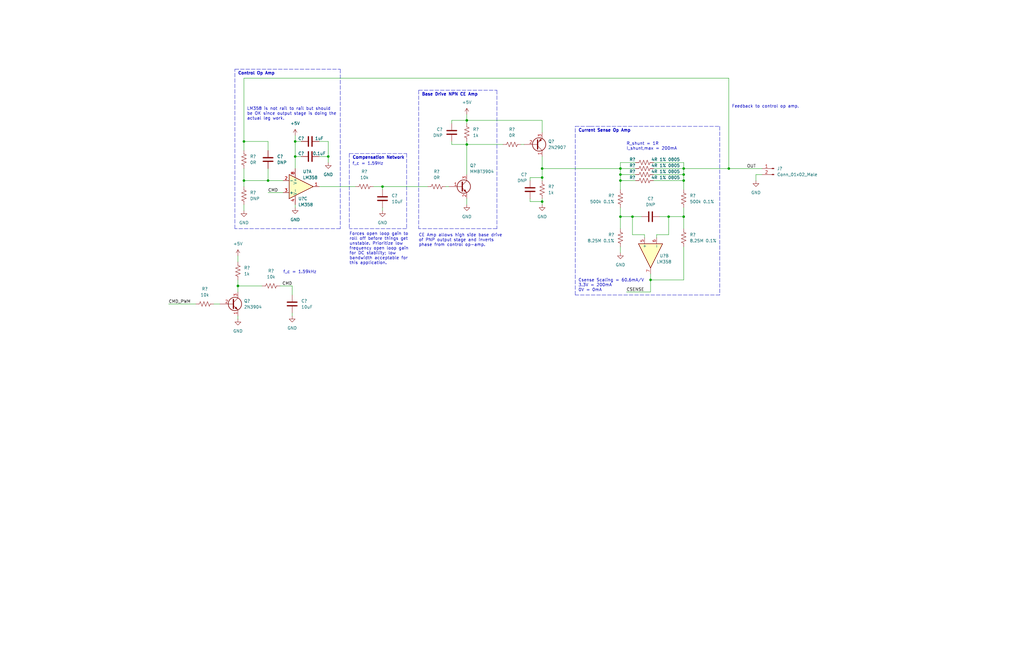
<source format=kicad_sch>
(kicad_sch (version 20211123) (generator eeschema)

  (uuid 54a6b003-ac60-41f3-a66b-c236eeff65b4)

  (paper "B")

  (lib_symbols
    (symbol "Amplifier_Operational:LM358" (pin_names (offset 0.127)) (in_bom yes) (on_board yes)
      (property "Reference" "U" (id 0) (at 0 5.08 0)
        (effects (font (size 1.27 1.27)) (justify left))
      )
      (property "Value" "LM358" (id 1) (at 0 -5.08 0)
        (effects (font (size 1.27 1.27)) (justify left))
      )
      (property "Footprint" "" (id 2) (at 0 0 0)
        (effects (font (size 1.27 1.27)) hide)
      )
      (property "Datasheet" "http://www.ti.com/lit/ds/symlink/lm2904-n.pdf" (id 3) (at 0 0 0)
        (effects (font (size 1.27 1.27)) hide)
      )
      (property "ki_locked" "" (id 4) (at 0 0 0)
        (effects (font (size 1.27 1.27)))
      )
      (property "ki_keywords" "dual opamp" (id 5) (at 0 0 0)
        (effects (font (size 1.27 1.27)) hide)
      )
      (property "ki_description" "Low-Power, Dual Operational Amplifiers, DIP-8/SOIC-8/TO-99-8" (id 6) (at 0 0 0)
        (effects (font (size 1.27 1.27)) hide)
      )
      (property "ki_fp_filters" "SOIC*3.9x4.9mm*P1.27mm* DIP*W7.62mm* TO*99* OnSemi*Micro8* TSSOP*3x3mm*P0.65mm* TSSOP*4.4x3mm*P0.65mm* MSOP*3x3mm*P0.65mm* SSOP*3.9x4.9mm*P0.635mm* LFCSP*2x2mm*P0.5mm* *SIP* SOIC*5.3x6.2mm*P1.27mm*" (id 7) (at 0 0 0)
        (effects (font (size 1.27 1.27)) hide)
      )
      (symbol "LM358_1_1"
        (polyline
          (pts
            (xy -5.08 5.08)
            (xy 5.08 0)
            (xy -5.08 -5.08)
            (xy -5.08 5.08)
          )
          (stroke (width 0.254) (type default) (color 0 0 0 0))
          (fill (type background))
        )
        (pin output line (at 7.62 0 180) (length 2.54)
          (name "~" (effects (font (size 1.27 1.27))))
          (number "1" (effects (font (size 1.27 1.27))))
        )
        (pin input line (at -7.62 -2.54 0) (length 2.54)
          (name "-" (effects (font (size 1.27 1.27))))
          (number "2" (effects (font (size 1.27 1.27))))
        )
        (pin input line (at -7.62 2.54 0) (length 2.54)
          (name "+" (effects (font (size 1.27 1.27))))
          (number "3" (effects (font (size 1.27 1.27))))
        )
      )
      (symbol "LM358_2_1"
        (polyline
          (pts
            (xy -5.08 5.08)
            (xy 5.08 0)
            (xy -5.08 -5.08)
            (xy -5.08 5.08)
          )
          (stroke (width 0.254) (type default) (color 0 0 0 0))
          (fill (type background))
        )
        (pin input line (at -7.62 2.54 0) (length 2.54)
          (name "+" (effects (font (size 1.27 1.27))))
          (number "5" (effects (font (size 1.27 1.27))))
        )
        (pin input line (at -7.62 -2.54 0) (length 2.54)
          (name "-" (effects (font (size 1.27 1.27))))
          (number "6" (effects (font (size 1.27 1.27))))
        )
        (pin output line (at 7.62 0 180) (length 2.54)
          (name "~" (effects (font (size 1.27 1.27))))
          (number "7" (effects (font (size 1.27 1.27))))
        )
      )
      (symbol "LM358_3_1"
        (pin power_in line (at -2.54 -7.62 90) (length 3.81)
          (name "V-" (effects (font (size 1.27 1.27))))
          (number "4" (effects (font (size 1.27 1.27))))
        )
        (pin power_in line (at -2.54 7.62 270) (length 3.81)
          (name "V+" (effects (font (size 1.27 1.27))))
          (number "8" (effects (font (size 1.27 1.27))))
        )
      )
    )
    (symbol "Connector:Conn_01x02_Male" (pin_names (offset 1.016) hide) (in_bom yes) (on_board yes)
      (property "Reference" "J" (id 0) (at 0 2.54 0)
        (effects (font (size 1.27 1.27)))
      )
      (property "Value" "Conn_01x02_Male" (id 1) (at 0 -5.08 0)
        (effects (font (size 1.27 1.27)))
      )
      (property "Footprint" "" (id 2) (at 0 0 0)
        (effects (font (size 1.27 1.27)) hide)
      )
      (property "Datasheet" "~" (id 3) (at 0 0 0)
        (effects (font (size 1.27 1.27)) hide)
      )
      (property "ki_keywords" "connector" (id 4) (at 0 0 0)
        (effects (font (size 1.27 1.27)) hide)
      )
      (property "ki_description" "Generic connector, single row, 01x02, script generated (kicad-library-utils/schlib/autogen/connector/)" (id 5) (at 0 0 0)
        (effects (font (size 1.27 1.27)) hide)
      )
      (property "ki_fp_filters" "Connector*:*_1x??_*" (id 6) (at 0 0 0)
        (effects (font (size 1.27 1.27)) hide)
      )
      (symbol "Conn_01x02_Male_1_1"
        (polyline
          (pts
            (xy 1.27 -2.54)
            (xy 0.8636 -2.54)
          )
          (stroke (width 0.1524) (type default) (color 0 0 0 0))
          (fill (type none))
        )
        (polyline
          (pts
            (xy 1.27 0)
            (xy 0.8636 0)
          )
          (stroke (width 0.1524) (type default) (color 0 0 0 0))
          (fill (type none))
        )
        (rectangle (start 0.8636 -2.413) (end 0 -2.667)
          (stroke (width 0.1524) (type default) (color 0 0 0 0))
          (fill (type outline))
        )
        (rectangle (start 0.8636 0.127) (end 0 -0.127)
          (stroke (width 0.1524) (type default) (color 0 0 0 0))
          (fill (type outline))
        )
        (pin passive line (at 5.08 0 180) (length 3.81)
          (name "Pin_1" (effects (font (size 1.27 1.27))))
          (number "1" (effects (font (size 1.27 1.27))))
        )
        (pin passive line (at 5.08 -2.54 180) (length 3.81)
          (name "Pin_2" (effects (font (size 1.27 1.27))))
          (number "2" (effects (font (size 1.27 1.27))))
        )
      )
    )
    (symbol "Device:C" (pin_numbers hide) (pin_names (offset 0.254)) (in_bom yes) (on_board yes)
      (property "Reference" "C" (id 0) (at 0.635 2.54 0)
        (effects (font (size 1.27 1.27)) (justify left))
      )
      (property "Value" "C" (id 1) (at 0.635 -2.54 0)
        (effects (font (size 1.27 1.27)) (justify left))
      )
      (property "Footprint" "" (id 2) (at 0.9652 -3.81 0)
        (effects (font (size 1.27 1.27)) hide)
      )
      (property "Datasheet" "~" (id 3) (at 0 0 0)
        (effects (font (size 1.27 1.27)) hide)
      )
      (property "ki_keywords" "cap capacitor" (id 4) (at 0 0 0)
        (effects (font (size 1.27 1.27)) hide)
      )
      (property "ki_description" "Unpolarized capacitor" (id 5) (at 0 0 0)
        (effects (font (size 1.27 1.27)) hide)
      )
      (property "ki_fp_filters" "C_*" (id 6) (at 0 0 0)
        (effects (font (size 1.27 1.27)) hide)
      )
      (symbol "C_0_1"
        (polyline
          (pts
            (xy -2.032 -0.762)
            (xy 2.032 -0.762)
          )
          (stroke (width 0.508) (type default) (color 0 0 0 0))
          (fill (type none))
        )
        (polyline
          (pts
            (xy -2.032 0.762)
            (xy 2.032 0.762)
          )
          (stroke (width 0.508) (type default) (color 0 0 0 0))
          (fill (type none))
        )
      )
      (symbol "C_1_1"
        (pin passive line (at 0 3.81 270) (length 2.794)
          (name "~" (effects (font (size 1.27 1.27))))
          (number "1" (effects (font (size 1.27 1.27))))
        )
        (pin passive line (at 0 -3.81 90) (length 2.794)
          (name "~" (effects (font (size 1.27 1.27))))
          (number "2" (effects (font (size 1.27 1.27))))
        )
      )
    )
    (symbol "Device:Q_PNP_CBE" (pin_names (offset 0) hide) (in_bom yes) (on_board yes)
      (property "Reference" "Q" (id 0) (at 5.08 1.27 0)
        (effects (font (size 1.27 1.27)) (justify left))
      )
      (property "Value" "Q_PNP_CBE" (id 1) (at 5.08 -1.27 0)
        (effects (font (size 1.27 1.27)) (justify left))
      )
      (property "Footprint" "" (id 2) (at 5.08 2.54 0)
        (effects (font (size 1.27 1.27)) hide)
      )
      (property "Datasheet" "~" (id 3) (at 0 0 0)
        (effects (font (size 1.27 1.27)) hide)
      )
      (property "ki_keywords" "transistor PNP" (id 4) (at 0 0 0)
        (effects (font (size 1.27 1.27)) hide)
      )
      (property "ki_description" "PNP transistor, collector/base/emitter" (id 5) (at 0 0 0)
        (effects (font (size 1.27 1.27)) hide)
      )
      (symbol "Q_PNP_CBE_0_1"
        (polyline
          (pts
            (xy 0.635 0.635)
            (xy 2.54 2.54)
          )
          (stroke (width 0) (type default) (color 0 0 0 0))
          (fill (type none))
        )
        (polyline
          (pts
            (xy 0.635 -0.635)
            (xy 2.54 -2.54)
            (xy 2.54 -2.54)
          )
          (stroke (width 0) (type default) (color 0 0 0 0))
          (fill (type none))
        )
        (polyline
          (pts
            (xy 0.635 1.905)
            (xy 0.635 -1.905)
            (xy 0.635 -1.905)
          )
          (stroke (width 0.508) (type default) (color 0 0 0 0))
          (fill (type none))
        )
        (polyline
          (pts
            (xy 2.286 -1.778)
            (xy 1.778 -2.286)
            (xy 1.27 -1.27)
            (xy 2.286 -1.778)
            (xy 2.286 -1.778)
          )
          (stroke (width 0) (type default) (color 0 0 0 0))
          (fill (type outline))
        )
        (circle (center 1.27 0) (radius 2.8194)
          (stroke (width 0.254) (type default) (color 0 0 0 0))
          (fill (type none))
        )
      )
      (symbol "Q_PNP_CBE_1_1"
        (pin passive line (at 2.54 5.08 270) (length 2.54)
          (name "C" (effects (font (size 1.27 1.27))))
          (number "1" (effects (font (size 1.27 1.27))))
        )
        (pin input line (at -5.08 0 0) (length 5.715)
          (name "B" (effects (font (size 1.27 1.27))))
          (number "2" (effects (font (size 1.27 1.27))))
        )
        (pin passive line (at 2.54 -5.08 90) (length 2.54)
          (name "E" (effects (font (size 1.27 1.27))))
          (number "3" (effects (font (size 1.27 1.27))))
        )
      )
    )
    (symbol "Device:R_US" (pin_numbers hide) (pin_names (offset 0)) (in_bom yes) (on_board yes)
      (property "Reference" "R" (id 0) (at 2.54 0 90)
        (effects (font (size 1.27 1.27)))
      )
      (property "Value" "R_US" (id 1) (at -2.54 0 90)
        (effects (font (size 1.27 1.27)))
      )
      (property "Footprint" "" (id 2) (at 1.016 -0.254 90)
        (effects (font (size 1.27 1.27)) hide)
      )
      (property "Datasheet" "~" (id 3) (at 0 0 0)
        (effects (font (size 1.27 1.27)) hide)
      )
      (property "ki_keywords" "R res resistor" (id 4) (at 0 0 0)
        (effects (font (size 1.27 1.27)) hide)
      )
      (property "ki_description" "Resistor, US symbol" (id 5) (at 0 0 0)
        (effects (font (size 1.27 1.27)) hide)
      )
      (property "ki_fp_filters" "R_*" (id 6) (at 0 0 0)
        (effects (font (size 1.27 1.27)) hide)
      )
      (symbol "R_US_0_1"
        (polyline
          (pts
            (xy 0 -2.286)
            (xy 0 -2.54)
          )
          (stroke (width 0) (type default) (color 0 0 0 0))
          (fill (type none))
        )
        (polyline
          (pts
            (xy 0 2.286)
            (xy 0 2.54)
          )
          (stroke (width 0) (type default) (color 0 0 0 0))
          (fill (type none))
        )
        (polyline
          (pts
            (xy 0 -0.762)
            (xy 1.016 -1.143)
            (xy 0 -1.524)
            (xy -1.016 -1.905)
            (xy 0 -2.286)
          )
          (stroke (width 0) (type default) (color 0 0 0 0))
          (fill (type none))
        )
        (polyline
          (pts
            (xy 0 0.762)
            (xy 1.016 0.381)
            (xy 0 0)
            (xy -1.016 -0.381)
            (xy 0 -0.762)
          )
          (stroke (width 0) (type default) (color 0 0 0 0))
          (fill (type none))
        )
        (polyline
          (pts
            (xy 0 2.286)
            (xy 1.016 1.905)
            (xy 0 1.524)
            (xy -1.016 1.143)
            (xy 0 0.762)
          )
          (stroke (width 0) (type default) (color 0 0 0 0))
          (fill (type none))
        )
      )
      (symbol "R_US_1_1"
        (pin passive line (at 0 3.81 270) (length 1.27)
          (name "~" (effects (font (size 1.27 1.27))))
          (number "1" (effects (font (size 1.27 1.27))))
        )
        (pin passive line (at 0 -3.81 90) (length 1.27)
          (name "~" (effects (font (size 1.27 1.27))))
          (number "2" (effects (font (size 1.27 1.27))))
        )
      )
    )
    (symbol "Transistor_BJT:2N3904" (pin_names (offset 0) hide) (in_bom yes) (on_board yes)
      (property "Reference" "Q" (id 0) (at 5.08 1.905 0)
        (effects (font (size 1.27 1.27)) (justify left))
      )
      (property "Value" "2N3904" (id 1) (at 5.08 0 0)
        (effects (font (size 1.27 1.27)) (justify left))
      )
      (property "Footprint" "Package_TO_SOT_THT:TO-92_Inline" (id 2) (at 5.08 -1.905 0)
        (effects (font (size 1.27 1.27) italic) (justify left) hide)
      )
      (property "Datasheet" "https://www.onsemi.com/pub/Collateral/2N3903-D.PDF" (id 3) (at 0 0 0)
        (effects (font (size 1.27 1.27)) (justify left) hide)
      )
      (property "ki_keywords" "NPN Transistor" (id 4) (at 0 0 0)
        (effects (font (size 1.27 1.27)) hide)
      )
      (property "ki_description" "0.2A Ic, 40V Vce, Small Signal NPN Transistor, TO-92" (id 5) (at 0 0 0)
        (effects (font (size 1.27 1.27)) hide)
      )
      (property "ki_fp_filters" "TO?92*" (id 6) (at 0 0 0)
        (effects (font (size 1.27 1.27)) hide)
      )
      (symbol "2N3904_0_1"
        (polyline
          (pts
            (xy 0.635 0.635)
            (xy 2.54 2.54)
          )
          (stroke (width 0) (type default) (color 0 0 0 0))
          (fill (type none))
        )
        (polyline
          (pts
            (xy 0.635 -0.635)
            (xy 2.54 -2.54)
            (xy 2.54 -2.54)
          )
          (stroke (width 0) (type default) (color 0 0 0 0))
          (fill (type none))
        )
        (polyline
          (pts
            (xy 0.635 1.905)
            (xy 0.635 -1.905)
            (xy 0.635 -1.905)
          )
          (stroke (width 0.508) (type default) (color 0 0 0 0))
          (fill (type none))
        )
        (polyline
          (pts
            (xy 1.27 -1.778)
            (xy 1.778 -1.27)
            (xy 2.286 -2.286)
            (xy 1.27 -1.778)
            (xy 1.27 -1.778)
          )
          (stroke (width 0) (type default) (color 0 0 0 0))
          (fill (type outline))
        )
        (circle (center 1.27 0) (radius 2.8194)
          (stroke (width 0.254) (type default) (color 0 0 0 0))
          (fill (type none))
        )
      )
      (symbol "2N3904_1_1"
        (pin passive line (at 2.54 -5.08 90) (length 2.54)
          (name "E" (effects (font (size 1.27 1.27))))
          (number "1" (effects (font (size 1.27 1.27))))
        )
        (pin passive line (at -5.08 0 0) (length 5.715)
          (name "B" (effects (font (size 1.27 1.27))))
          (number "2" (effects (font (size 1.27 1.27))))
        )
        (pin passive line (at 2.54 5.08 270) (length 2.54)
          (name "C" (effects (font (size 1.27 1.27))))
          (number "3" (effects (font (size 1.27 1.27))))
        )
      )
    )
    (symbol "Transistor_BJT:MMBT3904" (pin_names (offset 0) hide) (in_bom yes) (on_board yes)
      (property "Reference" "Q" (id 0) (at 5.08 1.905 0)
        (effects (font (size 1.27 1.27)) (justify left))
      )
      (property "Value" "MMBT3904" (id 1) (at 5.08 0 0)
        (effects (font (size 1.27 1.27)) (justify left))
      )
      (property "Footprint" "Package_TO_SOT_SMD:SOT-23" (id 2) (at 5.08 -1.905 0)
        (effects (font (size 1.27 1.27) italic) (justify left) hide)
      )
      (property "Datasheet" "https://www.onsemi.com/pub/Collateral/2N3903-D.PDF" (id 3) (at 0 0 0)
        (effects (font (size 1.27 1.27)) (justify left) hide)
      )
      (property "ki_keywords" "NPN Transistor" (id 4) (at 0 0 0)
        (effects (font (size 1.27 1.27)) hide)
      )
      (property "ki_description" "0.2A Ic, 40V Vce, Small Signal NPN Transistor, SOT-23" (id 5) (at 0 0 0)
        (effects (font (size 1.27 1.27)) hide)
      )
      (property "ki_fp_filters" "SOT?23*" (id 6) (at 0 0 0)
        (effects (font (size 1.27 1.27)) hide)
      )
      (symbol "MMBT3904_0_1"
        (polyline
          (pts
            (xy 0.635 0.635)
            (xy 2.54 2.54)
          )
          (stroke (width 0) (type default) (color 0 0 0 0))
          (fill (type none))
        )
        (polyline
          (pts
            (xy 0.635 -0.635)
            (xy 2.54 -2.54)
            (xy 2.54 -2.54)
          )
          (stroke (width 0) (type default) (color 0 0 0 0))
          (fill (type none))
        )
        (polyline
          (pts
            (xy 0.635 1.905)
            (xy 0.635 -1.905)
            (xy 0.635 -1.905)
          )
          (stroke (width 0.508) (type default) (color 0 0 0 0))
          (fill (type none))
        )
        (polyline
          (pts
            (xy 1.27 -1.778)
            (xy 1.778 -1.27)
            (xy 2.286 -2.286)
            (xy 1.27 -1.778)
            (xy 1.27 -1.778)
          )
          (stroke (width 0) (type default) (color 0 0 0 0))
          (fill (type outline))
        )
        (circle (center 1.27 0) (radius 2.8194)
          (stroke (width 0.254) (type default) (color 0 0 0 0))
          (fill (type none))
        )
      )
      (symbol "MMBT3904_1_1"
        (pin input line (at -5.08 0 0) (length 5.715)
          (name "B" (effects (font (size 1.27 1.27))))
          (number "1" (effects (font (size 1.27 1.27))))
        )
        (pin passive line (at 2.54 -5.08 90) (length 2.54)
          (name "E" (effects (font (size 1.27 1.27))))
          (number "2" (effects (font (size 1.27 1.27))))
        )
        (pin passive line (at 2.54 5.08 270) (length 2.54)
          (name "C" (effects (font (size 1.27 1.27))))
          (number "3" (effects (font (size 1.27 1.27))))
        )
      )
    )
    (symbol "power:+5V" (power) (pin_names (offset 0)) (in_bom yes) (on_board yes)
      (property "Reference" "#PWR" (id 0) (at 0 -3.81 0)
        (effects (font (size 1.27 1.27)) hide)
      )
      (property "Value" "+5V" (id 1) (at 0 3.556 0)
        (effects (font (size 1.27 1.27)))
      )
      (property "Footprint" "" (id 2) (at 0 0 0)
        (effects (font (size 1.27 1.27)) hide)
      )
      (property "Datasheet" "" (id 3) (at 0 0 0)
        (effects (font (size 1.27 1.27)) hide)
      )
      (property "ki_keywords" "power-flag" (id 4) (at 0 0 0)
        (effects (font (size 1.27 1.27)) hide)
      )
      (property "ki_description" "Power symbol creates a global label with name \"+5V\"" (id 5) (at 0 0 0)
        (effects (font (size 1.27 1.27)) hide)
      )
      (symbol "+5V_0_1"
        (polyline
          (pts
            (xy -0.762 1.27)
            (xy 0 2.54)
          )
          (stroke (width 0) (type default) (color 0 0 0 0))
          (fill (type none))
        )
        (polyline
          (pts
            (xy 0 0)
            (xy 0 2.54)
          )
          (stroke (width 0) (type default) (color 0 0 0 0))
          (fill (type none))
        )
        (polyline
          (pts
            (xy 0 2.54)
            (xy 0.762 1.27)
          )
          (stroke (width 0) (type default) (color 0 0 0 0))
          (fill (type none))
        )
      )
      (symbol "+5V_1_1"
        (pin power_in line (at 0 0 90) (length 0) hide
          (name "+5V" (effects (font (size 1.27 1.27))))
          (number "1" (effects (font (size 1.27 1.27))))
        )
      )
    )
    (symbol "power:GND" (power) (pin_names (offset 0)) (in_bom yes) (on_board yes)
      (property "Reference" "#PWR" (id 0) (at 0 -6.35 0)
        (effects (font (size 1.27 1.27)) hide)
      )
      (property "Value" "GND" (id 1) (at 0 -3.81 0)
        (effects (font (size 1.27 1.27)))
      )
      (property "Footprint" "" (id 2) (at 0 0 0)
        (effects (font (size 1.27 1.27)) hide)
      )
      (property "Datasheet" "" (id 3) (at 0 0 0)
        (effects (font (size 1.27 1.27)) hide)
      )
      (property "ki_keywords" "power-flag" (id 4) (at 0 0 0)
        (effects (font (size 1.27 1.27)) hide)
      )
      (property "ki_description" "Power symbol creates a global label with name \"GND\" , ground" (id 5) (at 0 0 0)
        (effects (font (size 1.27 1.27)) hide)
      )
      (symbol "GND_0_1"
        (polyline
          (pts
            (xy 0 0)
            (xy 0 -1.27)
            (xy 1.27 -1.27)
            (xy 0 -2.54)
            (xy -1.27 -1.27)
            (xy 0 -1.27)
          )
          (stroke (width 0) (type default) (color 0 0 0 0))
          (fill (type none))
        )
      )
      (symbol "GND_1_1"
        (pin power_in line (at 0 0 270) (length 0) hide
          (name "GND" (effects (font (size 1.27 1.27))))
          (number "1" (effects (font (size 1.27 1.27))))
        )
      )
    )
  )

  (junction (at 196.85 60.96) (diameter 0) (color 0 0 0 0)
    (uuid 008ddb2f-da84-4ebc-affd-9b53482c623f)
  )
  (junction (at 266.7 91.44) (diameter 0) (color 0 0 0 0)
    (uuid 01f70726-c767-4ffe-9d4a-ded5737ed534)
  )
  (junction (at 102.87 59.69) (diameter 0) (color 0 0 0 0)
    (uuid 055cce6f-3a23-4b77-8b2b-6e9846e3ab29)
  )
  (junction (at 124.46 59.69) (diameter 0) (color 0 0 0 0)
    (uuid 086912e3-9fba-4943-897b-ca24dc3a128e)
  )
  (junction (at 281.94 91.44) (diameter 0) (color 0 0 0 0)
    (uuid 0cb8698f-02dd-4996-8674-790c2e997b3f)
  )
  (junction (at 228.6 71.12) (diameter 0) (color 0 0 0 0)
    (uuid 214ded76-87b0-4805-b272-fe1f88670bb1)
  )
  (junction (at 228.6 74.93) (diameter 0) (color 0 0 0 0)
    (uuid 239a6862-4781-46f0-90cf-ae880126b338)
  )
  (junction (at 288.29 76.2) (diameter 0) (color 0 0 0 0)
    (uuid 25388774-4068-4162-b332-12804e3dfffe)
  )
  (junction (at 102.87 76.2) (diameter 0) (color 0 0 0 0)
    (uuid 25d10932-7985-4344-854f-3a838886d0c3)
  )
  (junction (at 261.62 73.66) (diameter 0) (color 0 0 0 0)
    (uuid 2d36ddcc-9234-4a2d-9c20-ae87b95d5ce2)
  )
  (junction (at 124.46 66.04) (diameter 0) (color 0 0 0 0)
    (uuid 3bef3103-7911-42c8-a219-a0368d9238ff)
  )
  (junction (at 228.6 85.09) (diameter 0) (color 0 0 0 0)
    (uuid 48ff250b-7178-41a3-964b-425104d3fba2)
  )
  (junction (at 113.03 76.2) (diameter 0) (color 0 0 0 0)
    (uuid 49cc33e9-6866-43bb-8080-4835fa7e210e)
  )
  (junction (at 274.32 118.11) (diameter 0) (color 0 0 0 0)
    (uuid 4bd71d24-673d-4e40-aa44-3c013863d602)
  )
  (junction (at 138.43 66.04) (diameter 0) (color 0 0 0 0)
    (uuid 6b7dc8dc-c88a-4e6a-a6a5-6abfb0eaa372)
  )
  (junction (at 261.62 91.44) (diameter 0) (color 0 0 0 0)
    (uuid 76c8f1e6-f8f4-4bb2-bba4-b8f81df26780)
  )
  (junction (at 261.62 71.12) (diameter 0) (color 0 0 0 0)
    (uuid 78cd950b-41f0-42d6-b6a6-c63b6816326e)
  )
  (junction (at 161.29 78.74) (diameter 0) (color 0 0 0 0)
    (uuid 7ad7ba7b-6a8a-4c7c-b9e8-c85d6aae380f)
  )
  (junction (at 288.29 71.12) (diameter 0) (color 0 0 0 0)
    (uuid 7cb0acab-2614-4f1e-9d99-12298e7bf95c)
  )
  (junction (at 288.29 91.44) (diameter 0) (color 0 0 0 0)
    (uuid 869b590a-fbe2-4ac2-836f-7df9547cf4dc)
  )
  (junction (at 100.33 120.65) (diameter 0) (color 0 0 0 0)
    (uuid 8b385e5c-9012-474b-a457-e9f9054f675c)
  )
  (junction (at 196.85 50.8) (diameter 0) (color 0 0 0 0)
    (uuid c47b7047-143d-49ff-858d-b502458bba65)
  )
  (junction (at 307.34 71.12) (diameter 0) (color 0 0 0 0)
    (uuid d4670879-80b0-4cae-8473-31e739805b3f)
  )
  (junction (at 288.29 73.66) (diameter 0) (color 0 0 0 0)
    (uuid dfb224c7-69a0-4fd4-a5bc-8d4f321af5eb)
  )
  (junction (at 261.62 76.2) (diameter 0) (color 0 0 0 0)
    (uuid f73abd1e-ee4f-40d5-9b70-d1275e282089)
  )

  (wire (pts (xy 228.6 71.12) (xy 228.6 74.93))
    (stroke (width 0) (type default) (color 0 0 0 0))
    (uuid 002e0f59-8b32-4bce-bf52-b7427fcf9c77)
  )
  (wire (pts (xy 261.62 71.12) (xy 267.97 71.12))
    (stroke (width 0) (type default) (color 0 0 0 0))
    (uuid 012ec896-0ccd-49a1-9e43-50414570c226)
  )
  (wire (pts (xy 261.62 71.12) (xy 261.62 73.66))
    (stroke (width 0) (type default) (color 0 0 0 0))
    (uuid 08073a78-b75f-4935-9618-e3b91d5dab4b)
  )
  (wire (pts (xy 100.33 118.11) (xy 100.33 120.65))
    (stroke (width 0) (type default) (color 0 0 0 0))
    (uuid 0d91407f-4834-4c0b-9fb3-bd589d274326)
  )
  (wire (pts (xy 266.7 91.44) (xy 266.7 99.06))
    (stroke (width 0) (type default) (color 0 0 0 0))
    (uuid 0fbfd8e3-abda-4fca-9a46-5bc0b8b26542)
  )
  (wire (pts (xy 113.03 76.2) (xy 119.38 76.2))
    (stroke (width 0) (type default) (color 0 0 0 0))
    (uuid 11e5004e-baa2-4f76-8b6e-39d3415806ec)
  )
  (wire (pts (xy 266.7 91.44) (xy 270.51 91.44))
    (stroke (width 0) (type default) (color 0 0 0 0))
    (uuid 12db71ab-cafc-4c91-9fcd-a3ca90fccae9)
  )
  (wire (pts (xy 138.43 59.69) (xy 138.43 66.04))
    (stroke (width 0) (type default) (color 0 0 0 0))
    (uuid 136846c3-81ba-4945-a8a4-e3f066fa6aa0)
  )
  (wire (pts (xy 161.29 78.74) (xy 161.29 80.01))
    (stroke (width 0) (type default) (color 0 0 0 0))
    (uuid 139015d1-ab0f-4c43-8440-2054abecf926)
  )
  (wire (pts (xy 134.62 59.69) (xy 138.43 59.69))
    (stroke (width 0) (type default) (color 0 0 0 0))
    (uuid 15694bb7-2eab-4085-933a-7b0e93dbc114)
  )
  (wire (pts (xy 274.32 118.11) (xy 274.32 123.19))
    (stroke (width 0) (type default) (color 0 0 0 0))
    (uuid 16641d0a-45b3-4f41-8a12-04198653739e)
  )
  (wire (pts (xy 90.17 128.27) (xy 92.71 128.27))
    (stroke (width 0) (type default) (color 0 0 0 0))
    (uuid 17bc0bbf-d405-4d01-a43d-e7c123dad916)
  )
  (wire (pts (xy 190.5 52.07) (xy 190.5 50.8))
    (stroke (width 0) (type default) (color 0 0 0 0))
    (uuid 185a449f-91f2-4e10-95bf-a07ae0d853a5)
  )
  (wire (pts (xy 124.46 66.04) (xy 127 66.04))
    (stroke (width 0) (type default) (color 0 0 0 0))
    (uuid 1b568a9c-8d07-4543-945e-59a9e8b76196)
  )
  (wire (pts (xy 220.98 60.96) (xy 219.71 60.96))
    (stroke (width 0) (type default) (color 0 0 0 0))
    (uuid 1d4ad18e-9ff0-4eff-a6d7-eebf8f676e4f)
  )
  (wire (pts (xy 261.62 76.2) (xy 267.97 76.2))
    (stroke (width 0) (type default) (color 0 0 0 0))
    (uuid 2112241d-f4b6-42aa-97b7-5f3f5e210ea9)
  )
  (wire (pts (xy 276.86 99.06) (xy 276.86 100.33))
    (stroke (width 0) (type default) (color 0 0 0 0))
    (uuid 2acba324-fafc-4b89-8a16-2d7e7e5070ca)
  )
  (polyline (pts (xy 171.45 96.52) (xy 147.32 96.52))
    (stroke (width 0) (type default) (color 0 0 0 0))
    (uuid 2b936626-987a-4a83-b514-61dafd2b396b)
  )
  (polyline (pts (xy 143.51 96.52) (xy 99.06 96.52))
    (stroke (width 0) (type default) (color 0 0 0 0))
    (uuid 2b9b943a-a654-484e-8406-7c7f1d36465a)
  )

  (wire (pts (xy 134.62 78.74) (xy 149.86 78.74))
    (stroke (width 0) (type default) (color 0 0 0 0))
    (uuid 2f940ae8-c669-4d0f-93fe-6e7f62e7da59)
  )
  (wire (pts (xy 281.94 99.06) (xy 276.86 99.06))
    (stroke (width 0) (type default) (color 0 0 0 0))
    (uuid 3146542f-f95f-4b4b-92f0-ab706d74864a)
  )
  (polyline (pts (xy 176.53 38.1) (xy 176.53 96.52))
    (stroke (width 0) (type default) (color 0 0 0 0))
    (uuid 31a9598a-aade-4903-8019-4b8de48cbe7e)
  )

  (wire (pts (xy 100.33 120.65) (xy 110.49 120.65))
    (stroke (width 0) (type default) (color 0 0 0 0))
    (uuid 35498b2e-1db1-4071-8941-5c88d5d8d63a)
  )
  (wire (pts (xy 288.29 68.58) (xy 288.29 71.12))
    (stroke (width 0) (type default) (color 0 0 0 0))
    (uuid 359a1054-108c-47cd-a4e9-fbbfa2beb3fe)
  )
  (wire (pts (xy 318.77 73.66) (xy 321.31 73.66))
    (stroke (width 0) (type default) (color 0 0 0 0))
    (uuid 35ad336a-e888-4436-a145-4c2faa1dfcab)
  )
  (wire (pts (xy 228.6 83.82) (xy 228.6 85.09))
    (stroke (width 0) (type default) (color 0 0 0 0))
    (uuid 369e3af6-db7f-4b03-a978-4480c161281a)
  )
  (wire (pts (xy 212.09 60.96) (xy 196.85 60.96))
    (stroke (width 0) (type default) (color 0 0 0 0))
    (uuid 3f5d16d3-b779-4aaa-83dc-2dd3dfdec27f)
  )
  (wire (pts (xy 196.85 48.26) (xy 196.85 50.8))
    (stroke (width 0) (type default) (color 0 0 0 0))
    (uuid 4001195d-dae6-45f5-b529-e1f4ba7481cb)
  )
  (wire (pts (xy 261.62 76.2) (xy 261.62 80.01))
    (stroke (width 0) (type default) (color 0 0 0 0))
    (uuid 40e998bf-1173-49c0-98e0-43339320b29b)
  )
  (wire (pts (xy 102.87 71.12) (xy 102.87 76.2))
    (stroke (width 0) (type default) (color 0 0 0 0))
    (uuid 414932fc-5f29-4afe-ae80-2b389cf93b33)
  )
  (wire (pts (xy 288.29 91.44) (xy 288.29 96.52))
    (stroke (width 0) (type default) (color 0 0 0 0))
    (uuid 41742e97-5677-4809-a565-29e161dfbba8)
  )
  (wire (pts (xy 261.62 73.66) (xy 267.97 73.66))
    (stroke (width 0) (type default) (color 0 0 0 0))
    (uuid 43be6539-96f8-4db0-8b8a-fecaa3418293)
  )
  (wire (pts (xy 196.85 50.8) (xy 196.85 52.07))
    (stroke (width 0) (type default) (color 0 0 0 0))
    (uuid 443eda40-d5b4-473f-9f61-27a2bbbe7220)
  )
  (wire (pts (xy 275.59 73.66) (xy 288.29 73.66))
    (stroke (width 0) (type default) (color 0 0 0 0))
    (uuid 48e7395b-0f85-4cea-8911-abf9f1264755)
  )
  (wire (pts (xy 307.34 71.12) (xy 321.31 71.12))
    (stroke (width 0) (type default) (color 0 0 0 0))
    (uuid 4b743131-133c-4998-8cae-e4790ab5fac4)
  )
  (wire (pts (xy 228.6 85.09) (xy 228.6 86.36))
    (stroke (width 0) (type default) (color 0 0 0 0))
    (uuid 4ef1f78c-066e-401f-b7ee-ffa102cf16db)
  )
  (wire (pts (xy 261.62 73.66) (xy 261.62 76.2))
    (stroke (width 0) (type default) (color 0 0 0 0))
    (uuid 50a272cb-ca0d-4b57-ac7c-1572c93e561c)
  )
  (wire (pts (xy 288.29 76.2) (xy 288.29 80.01))
    (stroke (width 0) (type default) (color 0 0 0 0))
    (uuid 50c436f7-e873-4c17-88a1-48ab3a7920c0)
  )
  (wire (pts (xy 118.11 120.65) (xy 123.19 120.65))
    (stroke (width 0) (type default) (color 0 0 0 0))
    (uuid 51fa66ba-cd76-4c38-bfe5-fc6c60b8f1f1)
  )
  (wire (pts (xy 102.87 33.02) (xy 307.34 33.02))
    (stroke (width 0) (type default) (color 0 0 0 0))
    (uuid 53203923-91d6-4da5-9fbd-c91594275b5e)
  )
  (wire (pts (xy 100.33 107.95) (xy 100.33 110.49))
    (stroke (width 0) (type default) (color 0 0 0 0))
    (uuid 54aaa228-f2ce-42ad-a927-6edda51ab63a)
  )
  (wire (pts (xy 223.52 74.93) (xy 228.6 74.93))
    (stroke (width 0) (type default) (color 0 0 0 0))
    (uuid 5631d5a1-1c2c-42cc-8961-5c8e62ae81ee)
  )
  (wire (pts (xy 228.6 66.04) (xy 228.6 71.12))
    (stroke (width 0) (type default) (color 0 0 0 0))
    (uuid 57b49a2f-d819-4430-9477-8da461293568)
  )
  (polyline (pts (xy 143.51 29.21) (xy 143.51 96.52))
    (stroke (width 0) (type default) (color 0 0 0 0))
    (uuid 581d753e-8c88-42ce-931c-433561e436af)
  )
  (polyline (pts (xy 242.57 124.46) (xy 242.57 53.34))
    (stroke (width 0) (type default) (color 0 0 0 0))
    (uuid 58d92023-dd25-4c21-a992-9517c6fd8064)
  )

  (wire (pts (xy 102.87 76.2) (xy 113.03 76.2))
    (stroke (width 0) (type default) (color 0 0 0 0))
    (uuid 5cf0e825-d70e-4b21-a588-900ead55b7f0)
  )
  (wire (pts (xy 102.87 86.36) (xy 102.87 88.9))
    (stroke (width 0) (type default) (color 0 0 0 0))
    (uuid 5cfbc588-9f2e-4759-b3b8-4bb678f860d7)
  )
  (wire (pts (xy 190.5 60.96) (xy 196.85 60.96))
    (stroke (width 0) (type default) (color 0 0 0 0))
    (uuid 6100da69-48d9-4dbf-b2f4-30c91e4e734f)
  )
  (polyline (pts (xy 303.53 124.46) (xy 242.57 124.46))
    (stroke (width 0) (type default) (color 0 0 0 0))
    (uuid 61d54124-c391-4511-bc3b-d4067798a38f)
  )

  (wire (pts (xy 288.29 118.11) (xy 274.32 118.11))
    (stroke (width 0) (type default) (color 0 0 0 0))
    (uuid 62d6c438-420b-4214-9702-55b974c1d2db)
  )
  (polyline (pts (xy 248.92 53.34) (xy 303.53 53.34))
    (stroke (width 0) (type default) (color 0 0 0 0))
    (uuid 6469e7c8-9cb5-4cdc-86fa-c1b51b4bd82f)
  )

  (wire (pts (xy 288.29 73.66) (xy 288.29 76.2))
    (stroke (width 0) (type default) (color 0 0 0 0))
    (uuid 64d76d1f-8051-41f5-a363-0a8c567a177e)
  )
  (wire (pts (xy 274.32 123.19) (xy 264.16 123.19))
    (stroke (width 0) (type default) (color 0 0 0 0))
    (uuid 65a75597-6500-42d6-a17b-077611acd99b)
  )
  (wire (pts (xy 100.33 133.35) (xy 100.33 134.62))
    (stroke (width 0) (type default) (color 0 0 0 0))
    (uuid 67a6901e-5581-49f5-b492-c8cd16d5fd40)
  )
  (wire (pts (xy 288.29 87.63) (xy 288.29 91.44))
    (stroke (width 0) (type default) (color 0 0 0 0))
    (uuid 6a59cfc8-4e12-4c32-a22f-4070f614bc06)
  )
  (wire (pts (xy 124.46 59.69) (xy 127 59.69))
    (stroke (width 0) (type default) (color 0 0 0 0))
    (uuid 6b6eb16a-ff48-450c-aed4-e25c9141b606)
  )
  (wire (pts (xy 261.62 87.63) (xy 261.62 91.44))
    (stroke (width 0) (type default) (color 0 0 0 0))
    (uuid 6c2bd6c1-e919-4e73-a6bf-8fdc9e52ce74)
  )
  (wire (pts (xy 307.34 33.02) (xy 307.34 71.12))
    (stroke (width 0) (type default) (color 0 0 0 0))
    (uuid 6d561b1b-fa42-4114-aec0-986640849ae1)
  )
  (wire (pts (xy 187.96 78.74) (xy 189.23 78.74))
    (stroke (width 0) (type default) (color 0 0 0 0))
    (uuid 6e3370eb-5886-4908-ad07-84cf5bd7782a)
  )
  (polyline (pts (xy 209.55 96.52) (xy 176.53 96.52))
    (stroke (width 0) (type default) (color 0 0 0 0))
    (uuid 6ebeab50-411e-43a1-9c14-51a00024bf59)
  )

  (wire (pts (xy 190.5 59.69) (xy 190.5 60.96))
    (stroke (width 0) (type default) (color 0 0 0 0))
    (uuid 70c2b0cd-9fb0-4108-9a8d-c479db5c047a)
  )
  (polyline (pts (xy 242.57 53.34) (xy 248.92 53.34))
    (stroke (width 0) (type default) (color 0 0 0 0))
    (uuid 7850e8e4-0be0-4234-836e-47d563002448)
  )

  (wire (pts (xy 288.29 71.12) (xy 307.34 71.12))
    (stroke (width 0) (type default) (color 0 0 0 0))
    (uuid 7addc1eb-c436-4ed1-a04d-bcc909fe5e8e)
  )
  (wire (pts (xy 223.52 85.09) (xy 228.6 85.09))
    (stroke (width 0) (type default) (color 0 0 0 0))
    (uuid 7ee8b9db-fd2d-4fba-9e5c-9dabb13c5b2d)
  )
  (wire (pts (xy 318.77 76.2) (xy 318.77 73.66))
    (stroke (width 0) (type default) (color 0 0 0 0))
    (uuid 8285e0ff-d800-4380-873f-3cbd6072adb5)
  )
  (polyline (pts (xy 147.32 64.77) (xy 171.45 64.77))
    (stroke (width 0) (type default) (color 0 0 0 0))
    (uuid 867dfb18-3bfa-4d19-98f5-6cd3564f2e87)
  )

  (wire (pts (xy 124.46 57.15) (xy 124.46 59.69))
    (stroke (width 0) (type default) (color 0 0 0 0))
    (uuid 8b6bac07-b163-4cc9-b8cb-514565154ebe)
  )
  (wire (pts (xy 228.6 50.8) (xy 228.6 55.88))
    (stroke (width 0) (type default) (color 0 0 0 0))
    (uuid 8d139d15-85cd-49e2-9a3f-39939d39ad32)
  )
  (wire (pts (xy 124.46 86.36) (xy 124.46 87.63))
    (stroke (width 0) (type default) (color 0 0 0 0))
    (uuid 8f6907ab-a2c6-440d-8a22-99ea98645d22)
  )
  (wire (pts (xy 113.03 81.28) (xy 119.38 81.28))
    (stroke (width 0) (type default) (color 0 0 0 0))
    (uuid 8f6c2952-cc10-4848-8c73-e02b38cc15a3)
  )
  (wire (pts (xy 281.94 91.44) (xy 281.94 99.06))
    (stroke (width 0) (type default) (color 0 0 0 0))
    (uuid 9022c79e-58f8-4a8d-b603-4e248f3eea04)
  )
  (wire (pts (xy 196.85 59.69) (xy 196.85 60.96))
    (stroke (width 0) (type default) (color 0 0 0 0))
    (uuid 94559409-b18a-491e-b271-6acda1d3cc2b)
  )
  (wire (pts (xy 278.13 91.44) (xy 281.94 91.44))
    (stroke (width 0) (type default) (color 0 0 0 0))
    (uuid 96efbf8d-e491-4d33-b68e-da61898dd76b)
  )
  (wire (pts (xy 288.29 76.2) (xy 275.59 76.2))
    (stroke (width 0) (type default) (color 0 0 0 0))
    (uuid 986353be-9445-4aa7-83c0-062adaf83689)
  )
  (wire (pts (xy 275.59 71.12) (xy 288.29 71.12))
    (stroke (width 0) (type default) (color 0 0 0 0))
    (uuid 9a896d5f-8a03-4161-91c2-08b75560a922)
  )
  (wire (pts (xy 123.19 120.65) (xy 123.19 124.46))
    (stroke (width 0) (type default) (color 0 0 0 0))
    (uuid 9d339dff-6af5-4b15-bcdf-9450045e093d)
  )
  (wire (pts (xy 124.46 59.69) (xy 124.46 66.04))
    (stroke (width 0) (type default) (color 0 0 0 0))
    (uuid 9d80aa39-aaaf-412d-ac5a-c141afa1c974)
  )
  (wire (pts (xy 102.87 59.69) (xy 102.87 33.02))
    (stroke (width 0) (type default) (color 0 0 0 0))
    (uuid 9fa922d4-35fc-485a-a8b0-c1d23410d668)
  )
  (polyline (pts (xy 99.06 29.21) (xy 143.51 29.21))
    (stroke (width 0) (type default) (color 0 0 0 0))
    (uuid a113b0f0-612b-44f9-8879-e463f49004c2)
  )

  (wire (pts (xy 228.6 71.12) (xy 261.62 71.12))
    (stroke (width 0) (type default) (color 0 0 0 0))
    (uuid a3da6701-d3a6-40de-b08a-7ff28ffb10d2)
  )
  (wire (pts (xy 196.85 50.8) (xy 228.6 50.8))
    (stroke (width 0) (type default) (color 0 0 0 0))
    (uuid a98ec78f-1357-49e8-941b-06d410c083dd)
  )
  (wire (pts (xy 261.62 91.44) (xy 266.7 91.44))
    (stroke (width 0) (type default) (color 0 0 0 0))
    (uuid a9c3faee-ceff-4f55-8fca-e95ab3d772a1)
  )
  (polyline (pts (xy 176.53 38.1) (xy 209.55 38.1))
    (stroke (width 0) (type default) (color 0 0 0 0))
    (uuid abf1cc72-43c7-4c54-b085-93432f2efe66)
  )

  (wire (pts (xy 157.48 78.74) (xy 161.29 78.74))
    (stroke (width 0) (type default) (color 0 0 0 0))
    (uuid ae3b9784-e5bc-4bc8-8da9-7711a1ad737a)
  )
  (wire (pts (xy 71.12 128.27) (xy 82.55 128.27))
    (stroke (width 0) (type default) (color 0 0 0 0))
    (uuid aede6cca-e107-433b-8acc-ec5619e3f64d)
  )
  (polyline (pts (xy 171.45 64.77) (xy 171.45 96.52))
    (stroke (width 0) (type default) (color 0 0 0 0))
    (uuid af4fdf00-5a32-4f52-a6b4-cf968cf65ead)
  )

  (wire (pts (xy 123.19 132.08) (xy 123.19 133.35))
    (stroke (width 0) (type default) (color 0 0 0 0))
    (uuid b86bdaf4-b491-429f-acc5-56e9ee344dc2)
  )
  (wire (pts (xy 266.7 99.06) (xy 271.78 99.06))
    (stroke (width 0) (type default) (color 0 0 0 0))
    (uuid c1945bdb-7084-49d3-b7b7-46bd1bdcd10e)
  )
  (wire (pts (xy 102.87 59.69) (xy 102.87 63.5))
    (stroke (width 0) (type default) (color 0 0 0 0))
    (uuid c2cfcefd-c50e-4386-8136-001b3126b42a)
  )
  (wire (pts (xy 261.62 91.44) (xy 261.62 96.52))
    (stroke (width 0) (type default) (color 0 0 0 0))
    (uuid c37055ec-2aa7-44e1-a4ea-274b0988d323)
  )
  (wire (pts (xy 100.33 120.65) (xy 100.33 123.19))
    (stroke (width 0) (type default) (color 0 0 0 0))
    (uuid c5e38840-0786-4f9f-9666-4c5f758d584b)
  )
  (polyline (pts (xy 147.32 64.77) (xy 147.32 96.52))
    (stroke (width 0) (type default) (color 0 0 0 0))
    (uuid c68c714e-f6b9-4247-84bf-f0c025e78a22)
  )

  (wire (pts (xy 102.87 76.2) (xy 102.87 78.74))
    (stroke (width 0) (type default) (color 0 0 0 0))
    (uuid c735ee8b-b97f-41a5-a2cb-b327eabd5d64)
  )
  (wire (pts (xy 261.62 104.14) (xy 261.62 106.68))
    (stroke (width 0) (type default) (color 0 0 0 0))
    (uuid c7457e6b-783c-46be-96ef-3b6a98163753)
  )
  (wire (pts (xy 113.03 71.12) (xy 113.03 76.2))
    (stroke (width 0) (type default) (color 0 0 0 0))
    (uuid c9992b6b-d91c-4cfc-bfba-2563deac374c)
  )
  (wire (pts (xy 190.5 50.8) (xy 196.85 50.8))
    (stroke (width 0) (type default) (color 0 0 0 0))
    (uuid cb244a4d-d002-4a3d-b1f9-2dbb3fa85a4a)
  )
  (wire (pts (xy 161.29 78.74) (xy 180.34 78.74))
    (stroke (width 0) (type default) (color 0 0 0 0))
    (uuid cd900b6c-82d2-4c18-a3c0-f7f772e97ed4)
  )
  (wire (pts (xy 271.78 99.06) (xy 271.78 100.33))
    (stroke (width 0) (type default) (color 0 0 0 0))
    (uuid ced26f4f-ac54-435b-848f-356648960872)
  )
  (wire (pts (xy 281.94 91.44) (xy 288.29 91.44))
    (stroke (width 0) (type default) (color 0 0 0 0))
    (uuid ced793fa-ee4d-4dc9-8f08-b4246d3a4868)
  )
  (wire (pts (xy 288.29 104.14) (xy 288.29 118.11))
    (stroke (width 0) (type default) (color 0 0 0 0))
    (uuid d04f3540-1905-4bbe-afa5-5b9b27fc8f77)
  )
  (wire (pts (xy 223.52 83.82) (xy 223.52 85.09))
    (stroke (width 0) (type default) (color 0 0 0 0))
    (uuid d6285e75-162a-4027-874a-f1af67e0dff6)
  )
  (wire (pts (xy 124.46 66.04) (xy 124.46 71.12))
    (stroke (width 0) (type default) (color 0 0 0 0))
    (uuid d7194fae-4828-46a3-b2b1-3018f9aff8b0)
  )
  (wire (pts (xy 196.85 60.96) (xy 196.85 73.66))
    (stroke (width 0) (type default) (color 0 0 0 0))
    (uuid d9d88cb9-60a0-4465-81a8-7bccfd2904ed)
  )
  (wire (pts (xy 161.29 87.63) (xy 161.29 88.9))
    (stroke (width 0) (type default) (color 0 0 0 0))
    (uuid da297795-7ef6-4ae6-9432-76b49a9472fd)
  )
  (wire (pts (xy 274.32 118.11) (xy 274.32 115.57))
    (stroke (width 0) (type default) (color 0 0 0 0))
    (uuid dac411af-5722-4520-aa24-a0ca69bf76d7)
  )
  (polyline (pts (xy 99.06 96.52) (xy 99.06 29.21))
    (stroke (width 0) (type default) (color 0 0 0 0))
    (uuid dad8c1a4-4fce-4331-839a-b7ed89488c3e)
  )

  (wire (pts (xy 113.03 59.69) (xy 102.87 59.69))
    (stroke (width 0) (type default) (color 0 0 0 0))
    (uuid de4f6596-9d01-458a-a97a-2045da4d51d1)
  )
  (wire (pts (xy 275.59 68.58) (xy 288.29 68.58))
    (stroke (width 0) (type default) (color 0 0 0 0))
    (uuid e2d45c8b-5e82-47bc-9e31-568a670f1a33)
  )
  (wire (pts (xy 134.62 66.04) (xy 138.43 66.04))
    (stroke (width 0) (type default) (color 0 0 0 0))
    (uuid e3db69cb-24ba-4ffc-8534-525f0f798485)
  )
  (polyline (pts (xy 209.55 38.1) (xy 209.55 96.52))
    (stroke (width 0) (type default) (color 0 0 0 0))
    (uuid e455e6d3-09ba-401c-9a05-8586312af78d)
  )

  (wire (pts (xy 113.03 63.5) (xy 113.03 59.69))
    (stroke (width 0) (type default) (color 0 0 0 0))
    (uuid e7e6ddb3-148f-4306-9833-094521a58eb5)
  )
  (wire (pts (xy 261.62 68.58) (xy 261.62 71.12))
    (stroke (width 0) (type default) (color 0 0 0 0))
    (uuid ea74beb3-42e1-4c47-82f2-fe91b6196380)
  )
  (wire (pts (xy 228.6 74.93) (xy 228.6 76.2))
    (stroke (width 0) (type default) (color 0 0 0 0))
    (uuid f01f2ba0-a6b9-4da8-aa70-46580b9457c5)
  )
  (polyline (pts (xy 303.53 53.34) (xy 303.53 124.46))
    (stroke (width 0) (type default) (color 0 0 0 0))
    (uuid f4710c11-3bb6-485c-a211-2c82c07310db)
  )

  (wire (pts (xy 138.43 68.58) (xy 138.43 66.04))
    (stroke (width 0) (type default) (color 0 0 0 0))
    (uuid f8b05b85-f19c-4a61-b89b-c4bdc76d344c)
  )
  (wire (pts (xy 288.29 71.12) (xy 288.29 73.66))
    (stroke (width 0) (type default) (color 0 0 0 0))
    (uuid f8b7df81-63df-429b-bae6-f6748dfdc713)
  )
  (wire (pts (xy 223.52 76.2) (xy 223.52 74.93))
    (stroke (width 0) (type default) (color 0 0 0 0))
    (uuid f910c9d0-6a34-4c06-a78a-b370c8180b27)
  )
  (wire (pts (xy 196.85 83.82) (xy 196.85 86.36))
    (stroke (width 0) (type default) (color 0 0 0 0))
    (uuid fdc9b21f-0bb3-4b4a-9bad-34607a36df29)
  )
  (wire (pts (xy 267.97 68.58) (xy 261.62 68.58))
    (stroke (width 0) (type default) (color 0 0 0 0))
    (uuid ff8982c5-af50-4c14-b30a-d51c5722bf12)
  )

  (text "Compensation Network" (at 148.59 67.31 0)
    (effects (font (size 1.27 1.27) (thickness 0.254) bold) (justify left bottom))
    (uuid 2e94e62d-1c05-43fe-a1d1-92bf1250329f)
  )
  (text "Forces open loop gain to\nroll off before things get\nunstable. Prioritize low\nfrequency open loop gain\nfor DC stability; low\nbandwidth acceptable for\nthis application."
    (at 147.32 111.76 0)
    (effects (font (size 1.27 1.27)) (justify left bottom))
    (uuid 3a8614db-3564-4ad5-b95c-7d6dee595824)
  )
  (text "Csense Scaling = 60.6mA/V\n3.3V = 200mA\n0V = 0mA" (at 243.84 123.19 0)
    (effects (font (size 1.27 1.27)) (justify left bottom))
    (uuid 5e8c6337-cc0b-463c-b0a0-a501991df28a)
  )
  (text "f_c = 1.59kHz" (at 119.38 115.57 0)
    (effects (font (size 1.27 1.27)) (justify left bottom))
    (uuid 5ee87441-3c42-4646-bc48-331ea1dd5fb7)
  )
  (text "Current Sense Op Amp" (at 243.84 55.88 0)
    (effects (font (size 1.27 1.27) (thickness 0.254) bold) (justify left bottom))
    (uuid 60a2323f-5300-4f23-8ccb-d47832fcbe63)
  )
  (text "LM358 is not rail to rail but should\nbe OK since output stage is doing the\nactual leg work."
    (at 104.14 50.8 0)
    (effects (font (size 1.27 1.27)) (justify left bottom))
    (uuid 6f343791-adba-4f27-a94f-6c17e4141255)
  )
  (text "Feedback to control op amp." (at 308.61 45.72 0)
    (effects (font (size 1.27 1.27)) (justify left bottom))
    (uuid 868a244f-24d0-46b2-8e97-dd0d422c8576)
  )
  (text "Control Op Amp" (at 100.33 31.75 0)
    (effects (font (size 1.27 1.27) bold) (justify left bottom))
    (uuid 95920c92-b23e-441a-ac6d-80a11aec9377)
  )
  (text "CE Amp allows high side base drive\nof PNP output stage and inverts\nphase from control op-amp."
    (at 176.53 104.14 0)
    (effects (font (size 1.27 1.27)) (justify left bottom))
    (uuid ba13ec15-4c33-4807-a574-b5c51f325eb8)
  )
  (text "Base Drive NPN CE Amp" (at 177.8 40.64 0)
    (effects (font (size 1.27 1.27) (thickness 0.254) bold) (justify left bottom))
    (uuid d5095e30-abf6-4a03-b0ba-eaea02864936)
  )
  (text "R_shunt = 1R\nI_shunt,max = 200mA" (at 264.16 63.5 0)
    (effects (font (size 1.27 1.27)) (justify left bottom))
    (uuid dd2ea247-e5b9-451d-a6c9-38d845110c26)
  )
  (text "f_c = 1.59Hz" (at 148.59 69.85 0)
    (effects (font (size 1.27 1.27)) (justify left bottom))
    (uuid f63fd91d-2468-4c93-9db4-849b1489992d)
  )

  (label "CMD" (at 123.19 120.65 180)
    (effects (font (size 1.27 1.27)) (justify right bottom))
    (uuid 9c1ff015-1007-4e54-a881-46dcd1ef860b)
  )
  (label "CMD" (at 113.03 81.28 0)
    (effects (font (size 1.27 1.27)) (justify left bottom))
    (uuid b07177c4-7633-44c0-99b8-d60824f57b47)
  )
  (label "OUT" (at 314.96 71.12 0)
    (effects (font (size 1.27 1.27)) (justify left bottom))
    (uuid d72dc5dc-3a57-478f-8c49-b411a1d5210e)
  )
  (label "CMD_PWM" (at 71.12 128.27 0)
    (effects (font (size 1.27 1.27)) (justify left bottom))
    (uuid df1f5c56-de1c-49be-a0ea-5126fb8bf8c2)
  )
  (label "CSENSE" (at 264.16 123.19 0)
    (effects (font (size 1.27 1.27)) (justify left bottom))
    (uuid e058d996-ef53-4e70-a3da-2b379bc1ab2e)
  )

  (symbol (lib_id "Device:R_US") (at 228.6 80.01 0) (unit 1)
    (in_bom yes) (on_board yes) (fields_autoplaced)
    (uuid 01aaca7e-4af3-469d-90de-3e450da96ed7)
    (property "Reference" "R?" (id 0) (at 231.14 78.7399 0)
      (effects (font (size 1.27 1.27)) (justify left))
    )
    (property "Value" "1k" (id 1) (at 231.14 81.2799 0)
      (effects (font (size 1.27 1.27)) (justify left))
    )
    (property "Footprint" "" (id 2) (at 229.616 80.264 90)
      (effects (font (size 1.27 1.27)) hide)
    )
    (property "Datasheet" "~" (id 3) (at 228.6 80.01 0)
      (effects (font (size 1.27 1.27)) hide)
    )
    (pin "1" (uuid c942985f-6fb0-4e48-97df-263f39de0848))
    (pin "2" (uuid 9187d1a7-9162-4f87-88ca-253c42e1f2ab))
  )

  (symbol (lib_id "Device:R_US") (at 215.9 60.96 90) (unit 1)
    (in_bom yes) (on_board yes) (fields_autoplaced)
    (uuid 01c7dbf1-4f72-4a80-838a-95b588865507)
    (property "Reference" "R?" (id 0) (at 215.9 54.61 90))
    (property "Value" "0R" (id 1) (at 215.9 57.15 90))
    (property "Footprint" "" (id 2) (at 216.154 59.944 90)
      (effects (font (size 1.27 1.27)) hide)
    )
    (property "Datasheet" "~" (id 3) (at 215.9 60.96 0)
      (effects (font (size 1.27 1.27)) hide)
    )
    (pin "1" (uuid d9dad0a0-e898-41ea-9d96-c93728549b5b))
    (pin "2" (uuid 1d6cd950-6fb4-4556-958b-1c993580a455))
  )

  (symbol (lib_id "Device:R_US") (at 114.3 120.65 90) (unit 1)
    (in_bom yes) (on_board yes) (fields_autoplaced)
    (uuid 0282d4b3-77fc-4d5d-bff6-f03d82d72277)
    (property "Reference" "R?" (id 0) (at 114.3 114.3 90))
    (property "Value" "10k" (id 1) (at 114.3 116.84 90))
    (property "Footprint" "" (id 2) (at 114.554 119.634 90)
      (effects (font (size 1.27 1.27)) hide)
    )
    (property "Datasheet" "~" (id 3) (at 114.3 120.65 0)
      (effects (font (size 1.27 1.27)) hide)
    )
    (pin "1" (uuid 70e49d7b-4461-4f3e-9e95-4883547486d8))
    (pin "2" (uuid 7d62d6c8-9f75-4fef-a5aa-b1d75c55c242))
  )

  (symbol (lib_id "Amplifier_Operational:LM358") (at 274.32 107.95 90) (mirror x) (unit 2)
    (in_bom yes) (on_board yes)
    (uuid 02b8dafe-d1da-4f92-a51d-1707f9e99033)
    (property "Reference" "U?" (id 0) (at 278.13 107.95 90)
      (effects (font (size 1.27 1.27)) (justify right))
    )
    (property "Value" "LM358" (id 1) (at 276.86 110.49 90)
      (effects (font (size 1.27 1.27)) (justify right))
    )
    (property "Footprint" "" (id 2) (at 274.32 107.95 0)
      (effects (font (size 1.27 1.27)) hide)
    )
    (property "Datasheet" "http://www.ti.com/lit/ds/symlink/lm2904-n.pdf" (id 3) (at 274.32 107.95 0)
      (effects (font (size 1.27 1.27)) hide)
    )
    (pin "1" (uuid 5306d241-17e2-4e4f-af3e-9b71e7a050ce))
    (pin "2" (uuid a7c19717-aed2-4dde-bdf9-6e1693b4dc44))
    (pin "3" (uuid 55777294-93a1-41df-bf3d-bb9a48d48c09))
    (pin "5" (uuid 93c3271d-e7a0-4400-96dc-1bf719629382))
    (pin "6" (uuid fd4d4cf2-0e23-4a37-9b61-cad4c5ac74bf))
    (pin "7" (uuid d9401007-73b9-4e19-a46a-dc64d38b5ae7))
    (pin "4" (uuid e53ceecd-75e4-4134-8886-9938813ca3c2))
    (pin "8" (uuid 3ece23dc-c2fe-40b5-aa14-d5cc8e6f55d5))
  )

  (symbol (lib_id "Device:R_US") (at 102.87 67.31 0) (unit 1)
    (in_bom yes) (on_board yes) (fields_autoplaced)
    (uuid 03451f28-41f6-4cfe-8fc8-ab836fd0b9f1)
    (property "Reference" "R?" (id 0) (at 105.41 66.0399 0)
      (effects (font (size 1.27 1.27)) (justify left))
    )
    (property "Value" "0R" (id 1) (at 105.41 68.5799 0)
      (effects (font (size 1.27 1.27)) (justify left))
    )
    (property "Footprint" "" (id 2) (at 103.886 67.564 90)
      (effects (font (size 1.27 1.27)) hide)
    )
    (property "Datasheet" "~" (id 3) (at 102.87 67.31 0)
      (effects (font (size 1.27 1.27)) hide)
    )
    (pin "1" (uuid c1d01efb-e251-44dd-96d7-d6c5dd470022))
    (pin "2" (uuid c023792d-37c6-4395-8649-59e2b20c2370))
  )

  (symbol (lib_id "power:GND") (at 161.29 88.9 0) (unit 1)
    (in_bom yes) (on_board yes) (fields_autoplaced)
    (uuid 07675250-442a-483c-bb78-6c742b8ef9d5)
    (property "Reference" "#PWR?" (id 0) (at 161.29 95.25 0)
      (effects (font (size 1.27 1.27)) hide)
    )
    (property "Value" "GND" (id 1) (at 161.29 93.98 0))
    (property "Footprint" "" (id 2) (at 161.29 88.9 0)
      (effects (font (size 1.27 1.27)) hide)
    )
    (property "Datasheet" "" (id 3) (at 161.29 88.9 0)
      (effects (font (size 1.27 1.27)) hide)
    )
    (pin "1" (uuid b945dd7d-1183-4d27-b368-cff52d452840))
  )

  (symbol (lib_id "Device:R_US") (at 271.78 68.58 90) (unit 1)
    (in_bom yes) (on_board yes)
    (uuid 0c9f63f1-154f-4167-9ded-867f196c08dd)
    (property "Reference" "R?" (id 0) (at 266.7 67.31 90))
    (property "Value" "4R 1% 0805" (id 1) (at 280.67 67.31 90))
    (property "Footprint" "" (id 2) (at 272.034 67.564 90)
      (effects (font (size 1.27 1.27)) hide)
    )
    (property "Datasheet" "~" (id 3) (at 271.78 68.58 0)
      (effects (font (size 1.27 1.27)) hide)
    )
    (pin "1" (uuid 558dd3f8-32aa-4ffa-800f-723a22604140))
    (pin "2" (uuid a211f616-fc4c-413b-83a0-c3ce3f97fbac))
  )

  (symbol (lib_id "power:GND") (at 124.46 87.63 0) (unit 1)
    (in_bom yes) (on_board yes) (fields_autoplaced)
    (uuid 1484e97c-4558-4ae7-88d3-d025ced65d4c)
    (property "Reference" "#PWR?" (id 0) (at 124.46 93.98 0)
      (effects (font (size 1.27 1.27)) hide)
    )
    (property "Value" "GND" (id 1) (at 124.46 92.71 0))
    (property "Footprint" "" (id 2) (at 124.46 87.63 0)
      (effects (font (size 1.27 1.27)) hide)
    )
    (property "Datasheet" "" (id 3) (at 124.46 87.63 0)
      (effects (font (size 1.27 1.27)) hide)
    )
    (pin "1" (uuid bdb438d4-deef-41e3-8b79-c3ad32fbab0b))
  )

  (symbol (lib_id "Device:R_US") (at 261.62 83.82 0) (unit 1)
    (in_bom yes) (on_board yes)
    (uuid 1924ecb5-f395-4a02-b6a8-66e499d5b48e)
    (property "Reference" "R?" (id 0) (at 259.08 82.55 0)
      (effects (font (size 1.27 1.27)) (justify right))
    )
    (property "Value" "500k 0.1%" (id 1) (at 259.08 85.09 0)
      (effects (font (size 1.27 1.27)) (justify right))
    )
    (property "Footprint" "" (id 2) (at 262.636 84.074 90)
      (effects (font (size 1.27 1.27)) hide)
    )
    (property "Datasheet" "~" (id 3) (at 261.62 83.82 0)
      (effects (font (size 1.27 1.27)) hide)
    )
    (pin "1" (uuid c7abf3d2-aee7-46bc-9876-37422f66882b))
    (pin "2" (uuid 970ec7bb-be73-41d2-94e6-c4a2b23320bb))
  )

  (symbol (lib_id "power:GND") (at 261.62 106.68 0) (unit 1)
    (in_bom yes) (on_board yes) (fields_autoplaced)
    (uuid 1ff87936-6f35-4833-8c99-c6b1cf01bbf9)
    (property "Reference" "#PWR?" (id 0) (at 261.62 113.03 0)
      (effects (font (size 1.27 1.27)) hide)
    )
    (property "Value" "GND" (id 1) (at 261.62 111.76 0))
    (property "Footprint" "" (id 2) (at 261.62 106.68 0)
      (effects (font (size 1.27 1.27)) hide)
    )
    (property "Datasheet" "" (id 3) (at 261.62 106.68 0)
      (effects (font (size 1.27 1.27)) hide)
    )
    (pin "1" (uuid 024255bb-62b1-4a5c-8100-2f2f022d45c7))
  )

  (symbol (lib_id "power:+5V") (at 100.33 107.95 0) (unit 1)
    (in_bom yes) (on_board yes) (fields_autoplaced)
    (uuid 20ee69c3-2949-41ff-a9c9-dce8c1418e67)
    (property "Reference" "#PWR?" (id 0) (at 100.33 111.76 0)
      (effects (font (size 1.27 1.27)) hide)
    )
    (property "Value" "+5V" (id 1) (at 100.33 102.87 0))
    (property "Footprint" "" (id 2) (at 100.33 107.95 0)
      (effects (font (size 1.27 1.27)) hide)
    )
    (property "Datasheet" "" (id 3) (at 100.33 107.95 0)
      (effects (font (size 1.27 1.27)) hide)
    )
    (pin "1" (uuid ca5c7421-7a45-42c2-9724-78aeac3e38dc))
  )

  (symbol (lib_id "Device:R_US") (at 271.78 73.66 90) (unit 1)
    (in_bom yes) (on_board yes)
    (uuid 25a9c1eb-0b7b-4424-bdab-af645babbc4d)
    (property "Reference" "R?" (id 0) (at 266.7 72.39 90))
    (property "Value" "4R 1% 0805" (id 1) (at 280.67 72.39 90))
    (property "Footprint" "" (id 2) (at 272.034 72.644 90)
      (effects (font (size 1.27 1.27)) hide)
    )
    (property "Datasheet" "~" (id 3) (at 271.78 73.66 0)
      (effects (font (size 1.27 1.27)) hide)
    )
    (pin "1" (uuid 2d852238-b578-476a-92b8-3e3830a28853))
    (pin "2" (uuid 9133fcf6-0cf7-4482-9e44-403964c75325))
  )

  (symbol (lib_id "power:GND") (at 138.43 68.58 0) (unit 1)
    (in_bom yes) (on_board yes) (fields_autoplaced)
    (uuid 298a46e6-171f-4989-b770-dc838210f0f5)
    (property "Reference" "#PWR?" (id 0) (at 138.43 74.93 0)
      (effects (font (size 1.27 1.27)) hide)
    )
    (property "Value" "GND" (id 1) (at 138.43 73.66 0))
    (property "Footprint" "" (id 2) (at 138.43 68.58 0)
      (effects (font (size 1.27 1.27)) hide)
    )
    (property "Datasheet" "" (id 3) (at 138.43 68.58 0)
      (effects (font (size 1.27 1.27)) hide)
    )
    (pin "1" (uuid 92bfa1c9-69f0-4952-905f-30480c64f507))
  )

  (symbol (lib_id "power:GND") (at 102.87 88.9 0) (unit 1)
    (in_bom yes) (on_board yes) (fields_autoplaced)
    (uuid 29f0b48f-4fe1-4659-80e4-d586a926637d)
    (property "Reference" "#PWR?" (id 0) (at 102.87 95.25 0)
      (effects (font (size 1.27 1.27)) hide)
    )
    (property "Value" "GND" (id 1) (at 102.87 93.98 0))
    (property "Footprint" "" (id 2) (at 102.87 88.9 0)
      (effects (font (size 1.27 1.27)) hide)
    )
    (property "Datasheet" "" (id 3) (at 102.87 88.9 0)
      (effects (font (size 1.27 1.27)) hide)
    )
    (pin "1" (uuid 89bff2f7-9448-40db-ad42-bd2a933b67e0))
  )

  (symbol (lib_id "Device:C") (at 123.19 128.27 0) (unit 1)
    (in_bom yes) (on_board yes) (fields_autoplaced)
    (uuid 32fba9b0-b587-4f23-8484-6162cd02cabc)
    (property "Reference" "C?" (id 0) (at 127 126.9999 0)
      (effects (font (size 1.27 1.27)) (justify left))
    )
    (property "Value" "10uF" (id 1) (at 127 129.5399 0)
      (effects (font (size 1.27 1.27)) (justify left))
    )
    (property "Footprint" "" (id 2) (at 124.1552 132.08 0)
      (effects (font (size 1.27 1.27)) hide)
    )
    (property "Datasheet" "~" (id 3) (at 123.19 128.27 0)
      (effects (font (size 1.27 1.27)) hide)
    )
    (pin "1" (uuid 23b0bd96-4c1b-4eb6-b7c7-55382d73a801))
    (pin "2" (uuid fd03c5de-2d54-43af-9da1-36db03a5a08a))
  )

  (symbol (lib_id "Device:Q_PNP_CBE") (at 226.06 60.96 0) (mirror x) (unit 1)
    (in_bom yes) (on_board yes) (fields_autoplaced)
    (uuid 3370bd87-87f0-484b-8176-23825156bac2)
    (property "Reference" "Q?" (id 0) (at 231.14 59.6899 0)
      (effects (font (size 1.27 1.27)) (justify left))
    )
    (property "Value" "2N2907" (id 1) (at 231.14 62.2299 0)
      (effects (font (size 1.27 1.27)) (justify left))
    )
    (property "Footprint" "" (id 2) (at 231.14 63.5 0)
      (effects (font (size 1.27 1.27)) hide)
    )
    (property "Datasheet" "~" (id 3) (at 226.06 60.96 0)
      (effects (font (size 1.27 1.27)) hide)
    )
    (pin "1" (uuid b16c5d1b-639b-4356-a9fe-418b424bf7c8))
    (pin "2" (uuid 94b61e25-2889-4397-a8c9-9e3da7e49a57))
    (pin "3" (uuid 299b38fb-585b-447a-83ff-9e6359b26385))
  )

  (symbol (lib_id "Device:R_US") (at 288.29 100.33 0) (unit 1)
    (in_bom yes) (on_board yes) (fields_autoplaced)
    (uuid 3ab733f0-bff7-4072-8f41-65bc22a0fc34)
    (property "Reference" "R?" (id 0) (at 290.83 99.0599 0)
      (effects (font (size 1.27 1.27)) (justify left))
    )
    (property "Value" "8.25M 0.1%" (id 1) (at 290.83 101.5999 0)
      (effects (font (size 1.27 1.27)) (justify left))
    )
    (property "Footprint" "" (id 2) (at 289.306 100.584 90)
      (effects (font (size 1.27 1.27)) hide)
    )
    (property "Datasheet" "~" (id 3) (at 288.29 100.33 0)
      (effects (font (size 1.27 1.27)) hide)
    )
    (pin "1" (uuid 5aca58c9-2b71-4e64-a458-64a87c5fa10e))
    (pin "2" (uuid b79a9b85-fd5b-4c14-a612-7bf4c67f94e0))
  )

  (symbol (lib_id "Device:R_US") (at 184.15 78.74 90) (unit 1)
    (in_bom yes) (on_board yes) (fields_autoplaced)
    (uuid 3da06448-3f74-4948-a6de-8e4ddcf3a451)
    (property "Reference" "R?" (id 0) (at 184.15 72.39 90))
    (property "Value" "0R" (id 1) (at 184.15 74.93 90))
    (property "Footprint" "" (id 2) (at 184.404 77.724 90)
      (effects (font (size 1.27 1.27)) hide)
    )
    (property "Datasheet" "~" (id 3) (at 184.15 78.74 0)
      (effects (font (size 1.27 1.27)) hide)
    )
    (pin "1" (uuid f186b92f-8ae1-414b-83b0-a155c8c1d8f5))
    (pin "2" (uuid 5c66b9ce-8e53-414e-a557-dd74525a9f4e))
  )

  (symbol (lib_id "Device:R_US") (at 153.67 78.74 90) (unit 1)
    (in_bom yes) (on_board yes) (fields_autoplaced)
    (uuid 51e25994-f514-4f29-a9b4-89ad762b8d39)
    (property "Reference" "R?" (id 0) (at 153.67 72.39 90))
    (property "Value" "10k" (id 1) (at 153.67 74.93 90))
    (property "Footprint" "" (id 2) (at 153.924 77.724 90)
      (effects (font (size 1.27 1.27)) hide)
    )
    (property "Datasheet" "~" (id 3) (at 153.67 78.74 0)
      (effects (font (size 1.27 1.27)) hide)
    )
    (pin "1" (uuid 2560c7c9-e679-40be-9e59-fe5de6b48dce))
    (pin "2" (uuid 931b7b72-fdaf-4a07-a8db-32ab9129044d))
  )

  (symbol (lib_id "power:GND") (at 196.85 86.36 0) (unit 1)
    (in_bom yes) (on_board yes) (fields_autoplaced)
    (uuid 5794afd8-5e04-453e-89f7-ef48b4bdb01b)
    (property "Reference" "#PWR?" (id 0) (at 196.85 92.71 0)
      (effects (font (size 1.27 1.27)) hide)
    )
    (property "Value" "GND" (id 1) (at 196.85 91.44 0))
    (property "Footprint" "" (id 2) (at 196.85 86.36 0)
      (effects (font (size 1.27 1.27)) hide)
    )
    (property "Datasheet" "" (id 3) (at 196.85 86.36 0)
      (effects (font (size 1.27 1.27)) hide)
    )
    (pin "1" (uuid a367ef0a-11be-4292-be10-821320da4bda))
  )

  (symbol (lib_id "Device:R_US") (at 102.87 82.55 0) (unit 1)
    (in_bom yes) (on_board yes) (fields_autoplaced)
    (uuid 59a896a2-1a0f-4726-81bd-86b5c1073d52)
    (property "Reference" "R?" (id 0) (at 105.41 81.2799 0)
      (effects (font (size 1.27 1.27)) (justify left))
    )
    (property "Value" "DNP" (id 1) (at 105.41 83.8199 0)
      (effects (font (size 1.27 1.27)) (justify left))
    )
    (property "Footprint" "" (id 2) (at 103.886 82.804 90)
      (effects (font (size 1.27 1.27)) hide)
    )
    (property "Datasheet" "~" (id 3) (at 102.87 82.55 0)
      (effects (font (size 1.27 1.27)) hide)
    )
    (pin "1" (uuid 610f5c8c-7055-402f-a864-66dc85ac7dd1))
    (pin "2" (uuid f2179903-20e4-4e37-9dbc-cf91f7d85eab))
  )

  (symbol (lib_id "power:+5V") (at 196.85 48.26 0) (unit 1)
    (in_bom yes) (on_board yes) (fields_autoplaced)
    (uuid 64fa67cf-1519-4026-97c1-5d3bc0463706)
    (property "Reference" "#PWR?" (id 0) (at 196.85 52.07 0)
      (effects (font (size 1.27 1.27)) hide)
    )
    (property "Value" "+5V" (id 1) (at 196.85 43.18 0))
    (property "Footprint" "" (id 2) (at 196.85 48.26 0)
      (effects (font (size 1.27 1.27)) hide)
    )
    (property "Datasheet" "" (id 3) (at 196.85 48.26 0)
      (effects (font (size 1.27 1.27)) hide)
    )
    (pin "1" (uuid ab1c0ad4-e920-48cc-909c-ae842ea9ceda))
  )

  (symbol (lib_id "Amplifier_Operational:LM358") (at 127 78.74 0) (mirror x) (unit 1)
    (in_bom yes) (on_board yes)
    (uuid 748a3cb8-7420-4ba6-aff6-5337e9fc05a8)
    (property "Reference" "U?" (id 0) (at 129.54 72.39 0))
    (property "Value" "LM358" (id 1) (at 130.81 74.93 0))
    (property "Footprint" "" (id 2) (at 127 78.74 0)
      (effects (font (size 1.27 1.27)) hide)
    )
    (property "Datasheet" "http://www.ti.com/lit/ds/symlink/lm2904-n.pdf" (id 3) (at 127 78.74 0)
      (effects (font (size 1.27 1.27)) hide)
    )
    (pin "1" (uuid edf5fd9c-024a-485a-bd98-26ef6c540ff9))
    (pin "2" (uuid 9e67430a-f861-4ebb-a12b-0294b4631f7a))
    (pin "3" (uuid 5a6c286f-563d-40db-9118-5eb63469c7ec))
    (pin "5" (uuid e6175616-9106-4bd5-ab0a-7ad6be968a99))
    (pin "6" (uuid d412c4ec-bea8-4719-af0c-62fe45edba06))
    (pin "7" (uuid 3ccff110-62b3-4b6e-be90-7c523b230415))
    (pin "4" (uuid 50ae84f1-c3e6-4ffa-9c3f-2c338a15cf81))
    (pin "8" (uuid b19717e8-e269-4cbc-bdf0-585639bbece7))
  )

  (symbol (lib_id "Device:R_US") (at 100.33 114.3 0) (unit 1)
    (in_bom yes) (on_board yes) (fields_autoplaced)
    (uuid 78e15ad6-0f7a-45e8-8479-1d9dd0db5a2b)
    (property "Reference" "R?" (id 0) (at 102.87 113.0299 0)
      (effects (font (size 1.27 1.27)) (justify left))
    )
    (property "Value" "1k" (id 1) (at 102.87 115.5699 0)
      (effects (font (size 1.27 1.27)) (justify left))
    )
    (property "Footprint" "" (id 2) (at 101.346 114.554 90)
      (effects (font (size 1.27 1.27)) hide)
    )
    (property "Datasheet" "~" (id 3) (at 100.33 114.3 0)
      (effects (font (size 1.27 1.27)) hide)
    )
    (pin "1" (uuid 28f69c42-edcf-405c-8847-565bbefe7590))
    (pin "2" (uuid d12f481a-dacb-4117-b5ef-6c0a03c4724b))
  )

  (symbol (lib_id "Device:C") (at 223.52 80.01 0) (unit 1)
    (in_bom yes) (on_board yes)
    (uuid 7c5fb92e-70ff-4ba2-a368-e34fbd47f270)
    (property "Reference" "C?" (id 0) (at 222.25 73.66 0)
      (effects (font (size 1.27 1.27)) (justify right))
    )
    (property "Value" "DNP" (id 1) (at 222.25 76.2 0)
      (effects (font (size 1.27 1.27)) (justify right))
    )
    (property "Footprint" "" (id 2) (at 224.4852 83.82 0)
      (effects (font (size 1.27 1.27)) hide)
    )
    (property "Datasheet" "~" (id 3) (at 223.52 80.01 0)
      (effects (font (size 1.27 1.27)) hide)
    )
    (pin "1" (uuid 28bac821-0f1b-4537-a576-d6d3714b75cc))
    (pin "2" (uuid 492a69c1-9b03-45f0-a887-92c3140c30eb))
  )

  (symbol (lib_id "Device:C") (at 130.81 59.69 90) (unit 1)
    (in_bom yes) (on_board yes)
    (uuid 81879832-ef3a-4d07-bc20-d7739a2f0b44)
    (property "Reference" "C?" (id 0) (at 127 58.42 90))
    (property "Value" "1uF" (id 1) (at 134.62 58.42 90))
    (property "Footprint" "" (id 2) (at 134.62 58.7248 0)
      (effects (font (size 1.27 1.27)) hide)
    )
    (property "Datasheet" "~" (id 3) (at 130.81 59.69 0)
      (effects (font (size 1.27 1.27)) hide)
    )
    (pin "1" (uuid 7b8f5f72-a6f5-43ac-a371-645d633e5c79))
    (pin "2" (uuid b773f714-25a5-4538-b6cc-8b5ee55f1070))
  )

  (symbol (lib_id "Transistor_BJT:2N3904") (at 97.79 128.27 0) (unit 1)
    (in_bom yes) (on_board yes) (fields_autoplaced)
    (uuid 87c502e3-466e-4960-bde3-4c0218aea115)
    (property "Reference" "Q?" (id 0) (at 102.87 126.9999 0)
      (effects (font (size 1.27 1.27)) (justify left))
    )
    (property "Value" "2N3904" (id 1) (at 102.87 129.5399 0)
      (effects (font (size 1.27 1.27)) (justify left))
    )
    (property "Footprint" "Package_TO_SOT_THT:TO-92_Inline" (id 2) (at 102.87 130.175 0)
      (effects (font (size 1.27 1.27) italic) (justify left) hide)
    )
    (property "Datasheet" "https://www.onsemi.com/pub/Collateral/2N3903-D.PDF" (id 3) (at 97.79 128.27 0)
      (effects (font (size 1.27 1.27)) (justify left) hide)
    )
    (pin "1" (uuid ae5cbecf-6f27-491e-bef4-cfc79c2c9dc8))
    (pin "2" (uuid 83cf598f-2af9-429d-8d74-b00f81df967c))
    (pin "3" (uuid 897c30b7-3b11-418a-b498-2e6dc10c3920))
  )

  (symbol (lib_id "power:+5V") (at 124.46 57.15 0) (unit 1)
    (in_bom yes) (on_board yes)
    (uuid 89b8d459-8da4-48ee-b7bf-8ac9e8411112)
    (property "Reference" "#PWR?" (id 0) (at 124.46 60.96 0)
      (effects (font (size 1.27 1.27)) hide)
    )
    (property "Value" "+5V" (id 1) (at 124.46 52.07 0))
    (property "Footprint" "" (id 2) (at 124.46 57.15 0)
      (effects (font (size 1.27 1.27)) hide)
    )
    (property "Datasheet" "" (id 3) (at 124.46 57.15 0)
      (effects (font (size 1.27 1.27)) hide)
    )
    (pin "1" (uuid 839c0383-7cd9-4bed-ba13-d1cbc79eeae9))
  )

  (symbol (lib_id "Device:R_US") (at 196.85 55.88 0) (unit 1)
    (in_bom yes) (on_board yes) (fields_autoplaced)
    (uuid 996fc4c6-670c-47e0-8fd9-40439fd4e145)
    (property "Reference" "R?" (id 0) (at 199.39 54.6099 0)
      (effects (font (size 1.27 1.27)) (justify left))
    )
    (property "Value" "1k" (id 1) (at 199.39 57.1499 0)
      (effects (font (size 1.27 1.27)) (justify left))
    )
    (property "Footprint" "" (id 2) (at 197.866 56.134 90)
      (effects (font (size 1.27 1.27)) hide)
    )
    (property "Datasheet" "~" (id 3) (at 196.85 55.88 0)
      (effects (font (size 1.27 1.27)) hide)
    )
    (pin "1" (uuid b0b02174-3fef-4ee7-96c7-0a0a8bfe7d81))
    (pin "2" (uuid 71a633ad-6571-4a8b-a323-a85d5d0c3ef8))
  )

  (symbol (lib_id "Transistor_BJT:MMBT3904") (at 194.31 78.74 0) (unit 1)
    (in_bom yes) (on_board yes)
    (uuid afc15252-7663-48dc-9a7d-7ab3d69b8aff)
    (property "Reference" "Q?" (id 0) (at 198.12 69.85 0)
      (effects (font (size 1.27 1.27)) (justify left))
    )
    (property "Value" "MMBT3904" (id 1) (at 198.12 72.39 0)
      (effects (font (size 1.27 1.27)) (justify left))
    )
    (property "Footprint" "Package_TO_SOT_SMD:SOT-23" (id 2) (at 199.39 80.645 0)
      (effects (font (size 1.27 1.27) italic) (justify left) hide)
    )
    (property "Datasheet" "https://www.onsemi.com/pub/Collateral/2N3903-D.PDF" (id 3) (at 194.31 78.74 0)
      (effects (font (size 1.27 1.27)) (justify left) hide)
    )
    (pin "1" (uuid e70da0c9-613f-4423-858b-2ef1332cca73))
    (pin "2" (uuid 7d3e0a59-1b7b-4ffd-91c6-d817a3c9921e))
    (pin "3" (uuid 1de7adac-d1de-49fa-92ec-c38b9890f6e3))
  )

  (symbol (lib_id "Device:C") (at 113.03 67.31 0) (unit 1)
    (in_bom yes) (on_board yes) (fields_autoplaced)
    (uuid afe3a236-f208-4e4e-b41b-14b0de406d4a)
    (property "Reference" "C?" (id 0) (at 116.84 66.0399 0)
      (effects (font (size 1.27 1.27)) (justify left))
    )
    (property "Value" "DNP" (id 1) (at 116.84 68.5799 0)
      (effects (font (size 1.27 1.27)) (justify left))
    )
    (property "Footprint" "" (id 2) (at 113.9952 71.12 0)
      (effects (font (size 1.27 1.27)) hide)
    )
    (property "Datasheet" "~" (id 3) (at 113.03 67.31 0)
      (effects (font (size 1.27 1.27)) hide)
    )
    (pin "1" (uuid 52bf3dd8-8193-4fd5-bffa-1d911fcffbcc))
    (pin "2" (uuid 585445ab-10ed-4bfb-98e7-c0662272f1bf))
  )

  (symbol (lib_id "Device:R_US") (at 288.29 83.82 0) (unit 1)
    (in_bom yes) (on_board yes) (fields_autoplaced)
    (uuid bae29353-aba2-4f09-bbd9-cd165b26f574)
    (property "Reference" "R?" (id 0) (at 290.83 82.5499 0)
      (effects (font (size 1.27 1.27)) (justify left))
    )
    (property "Value" "500k 0.1%" (id 1) (at 290.83 85.0899 0)
      (effects (font (size 1.27 1.27)) (justify left))
    )
    (property "Footprint" "" (id 2) (at 289.306 84.074 90)
      (effects (font (size 1.27 1.27)) hide)
    )
    (property "Datasheet" "~" (id 3) (at 288.29 83.82 0)
      (effects (font (size 1.27 1.27)) hide)
    )
    (pin "1" (uuid 8eb08acd-e41a-43a8-afc8-d0dbc2d5bca0))
    (pin "2" (uuid bbed118c-7307-423a-b5c3-24da2bd5362f))
  )

  (symbol (lib_id "Device:C") (at 161.29 83.82 0) (unit 1)
    (in_bom yes) (on_board yes) (fields_autoplaced)
    (uuid bae37880-9dad-45dd-b004-3c4d6ae76600)
    (property "Reference" "C?" (id 0) (at 165.1 82.5499 0)
      (effects (font (size 1.27 1.27)) (justify left))
    )
    (property "Value" "10uF" (id 1) (at 165.1 85.0899 0)
      (effects (font (size 1.27 1.27)) (justify left))
    )
    (property "Footprint" "" (id 2) (at 162.2552 87.63 0)
      (effects (font (size 1.27 1.27)) hide)
    )
    (property "Datasheet" "~" (id 3) (at 161.29 83.82 0)
      (effects (font (size 1.27 1.27)) hide)
    )
    (pin "1" (uuid c8d6708d-9575-4203-a169-4c8cea8d7d1a))
    (pin "2" (uuid e7e465a6-69dc-4a0e-9fc4-709afd42085b))
  )

  (symbol (lib_id "Connector:Conn_01x02_Male") (at 326.39 71.12 0) (mirror y) (unit 1)
    (in_bom yes) (on_board yes) (fields_autoplaced)
    (uuid c09b4f8d-4b4d-41a1-8704-9ce712754481)
    (property "Reference" "J?" (id 0) (at 327.66 71.1199 0)
      (effects (font (size 1.27 1.27)) (justify right))
    )
    (property "Value" "Conn_01x02_Male" (id 1) (at 327.66 73.6599 0)
      (effects (font (size 1.27 1.27)) (justify right))
    )
    (property "Footprint" "" (id 2) (at 326.39 71.12 0)
      (effects (font (size 1.27 1.27)) hide)
    )
    (property "Datasheet" "~" (id 3) (at 326.39 71.12 0)
      (effects (font (size 1.27 1.27)) hide)
    )
    (pin "1" (uuid 36092adb-654a-48fc-8a18-fbeea0d8200e))
    (pin "2" (uuid d9c9cb3b-41cc-46c8-b8ab-1a4ef60c3da9))
  )

  (symbol (lib_id "power:GND") (at 100.33 134.62 0) (unit 1)
    (in_bom yes) (on_board yes) (fields_autoplaced)
    (uuid c75c71f2-597d-496d-95a6-bdbc2c05c10f)
    (property "Reference" "#PWR?" (id 0) (at 100.33 140.97 0)
      (effects (font (size 1.27 1.27)) hide)
    )
    (property "Value" "GND" (id 1) (at 100.33 139.7 0))
    (property "Footprint" "" (id 2) (at 100.33 134.62 0)
      (effects (font (size 1.27 1.27)) hide)
    )
    (property "Datasheet" "" (id 3) (at 100.33 134.62 0)
      (effects (font (size 1.27 1.27)) hide)
    )
    (pin "1" (uuid 948d3d4f-bfbc-4db0-9951-4f9b4210c81c))
  )

  (symbol (lib_id "Device:R_US") (at 271.78 71.12 90) (unit 1)
    (in_bom yes) (on_board yes)
    (uuid cad5f48b-360e-4ee1-9c63-cfa40cda6682)
    (property "Reference" "R?" (id 0) (at 266.7 69.85 90))
    (property "Value" "4R 1% 0805" (id 1) (at 280.67 69.85 90))
    (property "Footprint" "" (id 2) (at 272.034 70.104 90)
      (effects (font (size 1.27 1.27)) hide)
    )
    (property "Datasheet" "~" (id 3) (at 271.78 71.12 0)
      (effects (font (size 1.27 1.27)) hide)
    )
    (pin "1" (uuid 76b622c3-77ba-4adb-8cc5-48e0e6e3a9f6))
    (pin "2" (uuid 86ece551-48ca-4a2d-ab37-f729d5526c8a))
  )

  (symbol (lib_id "Device:R_US") (at 86.36 128.27 90) (unit 1)
    (in_bom yes) (on_board yes) (fields_autoplaced)
    (uuid e2d9d3b3-b77f-41ef-a6c6-7395cb2aa164)
    (property "Reference" "R?" (id 0) (at 86.36 121.92 90))
    (property "Value" "10k" (id 1) (at 86.36 124.46 90))
    (property "Footprint" "" (id 2) (at 86.614 127.254 90)
      (effects (font (size 1.27 1.27)) hide)
    )
    (property "Datasheet" "~" (id 3) (at 86.36 128.27 0)
      (effects (font (size 1.27 1.27)) hide)
    )
    (pin "1" (uuid 5932d3f6-45f3-4f80-9819-20f37f2ecfa8))
    (pin "2" (uuid 5c0fc954-077d-4152-b44d-e63b19b5c7a8))
  )

  (symbol (lib_id "Device:C") (at 274.32 91.44 90) (unit 1)
    (in_bom yes) (on_board yes) (fields_autoplaced)
    (uuid e4b25ad2-6df9-44dc-8e6a-f19213ccffd8)
    (property "Reference" "C?" (id 0) (at 274.32 83.82 90))
    (property "Value" "DNP" (id 1) (at 274.32 86.36 90))
    (property "Footprint" "" (id 2) (at 278.13 90.4748 0)
      (effects (font (size 1.27 1.27)) hide)
    )
    (property "Datasheet" "~" (id 3) (at 274.32 91.44 0)
      (effects (font (size 1.27 1.27)) hide)
    )
    (pin "1" (uuid 9bb3fb0e-0719-44e8-b6e7-f65852b55103))
    (pin "2" (uuid dba22896-c982-4f13-8b8b-254ceef60fbf))
  )

  (symbol (lib_id "power:GND") (at 318.77 76.2 0) (unit 1)
    (in_bom yes) (on_board yes) (fields_autoplaced)
    (uuid e4d5bec1-912f-40b3-a808-62efd37fe4b9)
    (property "Reference" "#PWR?" (id 0) (at 318.77 82.55 0)
      (effects (font (size 1.27 1.27)) hide)
    )
    (property "Value" "GND" (id 1) (at 318.77 81.28 0))
    (property "Footprint" "" (id 2) (at 318.77 76.2 0)
      (effects (font (size 1.27 1.27)) hide)
    )
    (property "Datasheet" "" (id 3) (at 318.77 76.2 0)
      (effects (font (size 1.27 1.27)) hide)
    )
    (pin "1" (uuid 646c5014-cb1d-4809-b0b7-248d8697fbcc))
  )

  (symbol (lib_id "Device:C") (at 130.81 66.04 90) (unit 1)
    (in_bom yes) (on_board yes)
    (uuid e917e153-2dcc-4351-b475-f8db1dca8687)
    (property "Reference" "C?" (id 0) (at 127 64.77 90))
    (property "Value" "0.1uF" (id 1) (at 134.62 64.77 90))
    (property "Footprint" "" (id 2) (at 134.62 65.0748 0)
      (effects (font (size 1.27 1.27)) hide)
    )
    (property "Datasheet" "~" (id 3) (at 130.81 66.04 0)
      (effects (font (size 1.27 1.27)) hide)
    )
    (pin "1" (uuid 88e580e0-bca8-4d6e-a9ee-c90239fa3f4f))
    (pin "2" (uuid 503aba87-951e-4bca-b14d-bba30e51041c))
  )

  (symbol (lib_id "Amplifier_Operational:LM358") (at 127 78.74 0) (unit 3)
    (in_bom yes) (on_board yes)
    (uuid ea0f72d5-1b85-4555-ba23-6c13915572c5)
    (property "Reference" "U?" (id 0) (at 125.73 83.82 0)
      (effects (font (size 1.27 1.27)) (justify left))
    )
    (property "Value" "LM358" (id 1) (at 125.73 86.36 0)
      (effects (font (size 1.27 1.27)) (justify left))
    )
    (property "Footprint" "" (id 2) (at 127 78.74 0)
      (effects (font (size 1.27 1.27)) hide)
    )
    (property "Datasheet" "http://www.ti.com/lit/ds/symlink/lm2904-n.pdf" (id 3) (at 127 78.74 0)
      (effects (font (size 1.27 1.27)) hide)
    )
    (pin "1" (uuid 7cb6df2a-d2b5-4b5d-aa73-6c1904db3913))
    (pin "2" (uuid 8a47ff5c-1af3-4793-ab1e-e1f3904f85e5))
    (pin "3" (uuid e1d27a8e-e63f-442c-8738-f8179aceb19c))
    (pin "5" (uuid 77c8ace3-afb9-4950-bace-c79a7828b5a7))
    (pin "6" (uuid f9eb0679-b558-4d3e-b8fb-250095e04202))
    (pin "7" (uuid dd6eeba0-ae95-47d8-8fd0-72518c73f63c))
    (pin "4" (uuid 7de54958-c4e4-48ff-8489-513f1addd6e4))
    (pin "8" (uuid 6608b544-d9b9-47ec-9b6e-95682ce7dac6))
  )

  (symbol (lib_id "Device:C") (at 190.5 55.88 0) (unit 1)
    (in_bom yes) (on_board yes)
    (uuid ea657372-77a3-4b71-8e5f-768a7eedd395)
    (property "Reference" "C?" (id 0) (at 186.69 54.61 0)
      (effects (font (size 1.27 1.27)) (justify right))
    )
    (property "Value" "DNP" (id 1) (at 186.69 57.15 0)
      (effects (font (size 1.27 1.27)) (justify right))
    )
    (property "Footprint" "" (id 2) (at 191.4652 59.69 0)
      (effects (font (size 1.27 1.27)) hide)
    )
    (property "Datasheet" "~" (id 3) (at 190.5 55.88 0)
      (effects (font (size 1.27 1.27)) hide)
    )
    (pin "1" (uuid 79a7c377-130e-43e0-8c0e-b3a39c5b7582))
    (pin "2" (uuid 1648e076-9789-4f93-aa5e-681a9f011e84))
  )

  (symbol (lib_id "power:GND") (at 123.19 133.35 0) (unit 1)
    (in_bom yes) (on_board yes) (fields_autoplaced)
    (uuid efda432e-29be-4389-9e71-764ed863b8cd)
    (property "Reference" "#PWR?" (id 0) (at 123.19 139.7 0)
      (effects (font (size 1.27 1.27)) hide)
    )
    (property "Value" "GND" (id 1) (at 123.19 138.43 0))
    (property "Footprint" "" (id 2) (at 123.19 133.35 0)
      (effects (font (size 1.27 1.27)) hide)
    )
    (property "Datasheet" "" (id 3) (at 123.19 133.35 0)
      (effects (font (size 1.27 1.27)) hide)
    )
    (pin "1" (uuid bbca09c0-3e25-4b3e-8874-c0c399d9e2a7))
  )

  (symbol (lib_id "power:GND") (at 228.6 86.36 0) (unit 1)
    (in_bom yes) (on_board yes) (fields_autoplaced)
    (uuid fb005d7e-aaf9-4005-8655-1f00281c407e)
    (property "Reference" "#PWR?" (id 0) (at 228.6 92.71 0)
      (effects (font (size 1.27 1.27)) hide)
    )
    (property "Value" "GND" (id 1) (at 228.6 91.44 0))
    (property "Footprint" "" (id 2) (at 228.6 86.36 0)
      (effects (font (size 1.27 1.27)) hide)
    )
    (property "Datasheet" "" (id 3) (at 228.6 86.36 0)
      (effects (font (size 1.27 1.27)) hide)
    )
    (pin "1" (uuid db43a3db-5732-4626-913e-d1bcdaca489c))
  )

  (symbol (lib_id "Device:R_US") (at 261.62 100.33 0) (unit 1)
    (in_bom yes) (on_board yes)
    (uuid fc0f4a6b-8c97-40be-a956-b8dcc5258115)
    (property "Reference" "R?" (id 0) (at 259.08 99.06 0)
      (effects (font (size 1.27 1.27)) (justify right))
    )
    (property "Value" "8.25M 0.1%" (id 1) (at 259.08 101.6 0)
      (effects (font (size 1.27 1.27)) (justify right))
    )
    (property "Footprint" "" (id 2) (at 262.636 100.584 90)
      (effects (font (size 1.27 1.27)) hide)
    )
    (property "Datasheet" "~" (id 3) (at 261.62 100.33 0)
      (effects (font (size 1.27 1.27)) hide)
    )
    (pin "1" (uuid 8e117fa0-d7bc-4fed-baa7-17f3b06d9a9d))
    (pin "2" (uuid aee9e427-1c79-43d4-8c7d-df7c82d8c45f))
  )

  (symbol (lib_id "Device:R_US") (at 271.78 76.2 90) (unit 1)
    (in_bom yes) (on_board yes)
    (uuid ff8d37cd-3da3-417c-a0fc-f4fdf44a9126)
    (property "Reference" "R?" (id 0) (at 266.7 74.93 90))
    (property "Value" "4R 1% 0805" (id 1) (at 280.67 74.93 90))
    (property "Footprint" "" (id 2) (at 272.034 75.184 90)
      (effects (font (size 1.27 1.27)) hide)
    )
    (property "Datasheet" "~" (id 3) (at 271.78 76.2 0)
      (effects (font (size 1.27 1.27)) hide)
    )
    (pin "1" (uuid 3a3338c2-c53f-4967-b52f-abb4af04a8de))
    (pin "2" (uuid e8d57f28-2739-43cc-a56c-0af9c9506aa3))
  )

  (sheet_instances
    (path "/" (page "1"))
  )

  (symbol_instances
    (path "/07675250-442a-483c-bb78-6c742b8ef9d5"
      (reference "#PWR?") (unit 1) (value "GND") (footprint "")
    )
    (path "/1484e97c-4558-4ae7-88d3-d025ced65d4c"
      (reference "#PWR?") (unit 1) (value "GND") (footprint "")
    )
    (path "/1ff87936-6f35-4833-8c99-c6b1cf01bbf9"
      (reference "#PWR?") (unit 1) (value "GND") (footprint "")
    )
    (path "/20ee69c3-2949-41ff-a9c9-dce8c1418e67"
      (reference "#PWR?") (unit 1) (value "+5V") (footprint "")
    )
    (path "/298a46e6-171f-4989-b770-dc838210f0f5"
      (reference "#PWR?") (unit 1) (value "GND") (footprint "")
    )
    (path "/29f0b48f-4fe1-4659-80e4-d586a926637d"
      (reference "#PWR?") (unit 1) (value "GND") (footprint "")
    )
    (path "/5794afd8-5e04-453e-89f7-ef48b4bdb01b"
      (reference "#PWR?") (unit 1) (value "GND") (footprint "")
    )
    (path "/64fa67cf-1519-4026-97c1-5d3bc0463706"
      (reference "#PWR?") (unit 1) (value "+5V") (footprint "")
    )
    (path "/89b8d459-8da4-48ee-b7bf-8ac9e8411112"
      (reference "#PWR?") (unit 1) (value "+5V") (footprint "")
    )
    (path "/c75c71f2-597d-496d-95a6-bdbc2c05c10f"
      (reference "#PWR?") (unit 1) (value "GND") (footprint "")
    )
    (path "/e4d5bec1-912f-40b3-a808-62efd37fe4b9"
      (reference "#PWR?") (unit 1) (value "GND") (footprint "")
    )
    (path "/efda432e-29be-4389-9e71-764ed863b8cd"
      (reference "#PWR?") (unit 1) (value "GND") (footprint "")
    )
    (path "/fb005d7e-aaf9-4005-8655-1f00281c407e"
      (reference "#PWR?") (unit 1) (value "GND") (footprint "")
    )
    (path "/32fba9b0-b587-4f23-8484-6162cd02cabc"
      (reference "C?") (unit 1) (value "10uF") (footprint "")
    )
    (path "/7c5fb92e-70ff-4ba2-a368-e34fbd47f270"
      (reference "C?") (unit 1) (value "DNP") (footprint "")
    )
    (path "/81879832-ef3a-4d07-bc20-d7739a2f0b44"
      (reference "C?") (unit 1) (value "1uF") (footprint "")
    )
    (path "/afe3a236-f208-4e4e-b41b-14b0de406d4a"
      (reference "C?") (unit 1) (value "DNP") (footprint "")
    )
    (path "/bae37880-9dad-45dd-b004-3c4d6ae76600"
      (reference "C?") (unit 1) (value "10uF") (footprint "")
    )
    (path "/e4b25ad2-6df9-44dc-8e6a-f19213ccffd8"
      (reference "C?") (unit 1) (value "DNP") (footprint "")
    )
    (path "/e917e153-2dcc-4351-b475-f8db1dca8687"
      (reference "C?") (unit 1) (value "0.1uF") (footprint "")
    )
    (path "/ea657372-77a3-4b71-8e5f-768a7eedd395"
      (reference "C?") (unit 1) (value "DNP") (footprint "")
    )
    (path "/c09b4f8d-4b4d-41a1-8704-9ce712754481"
      (reference "J?") (unit 1) (value "Conn_01x02_Male") (footprint "")
    )
    (path "/3370bd87-87f0-484b-8176-23825156bac2"
      (reference "Q?") (unit 1) (value "2N2907") (footprint "")
    )
    (path "/87c502e3-466e-4960-bde3-4c0218aea115"
      (reference "Q?") (unit 1) (value "2N3904") (footprint "Package_TO_SOT_THT:TO-92_Inline")
    )
    (path "/afc15252-7663-48dc-9a7d-7ab3d69b8aff"
      (reference "Q?") (unit 1) (value "MMBT3904") (footprint "Package_TO_SOT_SMD:SOT-23")
    )
    (path "/01aaca7e-4af3-469d-90de-3e450da96ed7"
      (reference "R?") (unit 1) (value "1k") (footprint "")
    )
    (path "/01c7dbf1-4f72-4a80-838a-95b588865507"
      (reference "R?") (unit 1) (value "0R") (footprint "")
    )
    (path "/0282d4b3-77fc-4d5d-bff6-f03d82d72277"
      (reference "R?") (unit 1) (value "10k") (footprint "")
    )
    (path "/03451f28-41f6-4cfe-8fc8-ab836fd0b9f1"
      (reference "R?") (unit 1) (value "0R") (footprint "")
    )
    (path "/0c9f63f1-154f-4167-9ded-867f196c08dd"
      (reference "R?") (unit 1) (value "4R 1% 0805") (footprint "")
    )
    (path "/1924ecb5-f395-4a02-b6a8-66e499d5b48e"
      (reference "R?") (unit 1) (value "500k 0.1%") (footprint "")
    )
    (path "/25a9c1eb-0b7b-4424-bdab-af645babbc4d"
      (reference "R?") (unit 1) (value "4R 1% 0805") (footprint "")
    )
    (path "/3ab733f0-bff7-4072-8f41-65bc22a0fc34"
      (reference "R?") (unit 1) (value "8.25M 0.1%") (footprint "")
    )
    (path "/3da06448-3f74-4948-a6de-8e4ddcf3a451"
      (reference "R?") (unit 1) (value "0R") (footprint "")
    )
    (path "/51e25994-f514-4f29-a9b4-89ad762b8d39"
      (reference "R?") (unit 1) (value "10k") (footprint "")
    )
    (path "/59a896a2-1a0f-4726-81bd-86b5c1073d52"
      (reference "R?") (unit 1) (value "DNP") (footprint "")
    )
    (path "/78e15ad6-0f7a-45e8-8479-1d9dd0db5a2b"
      (reference "R?") (unit 1) (value "1k") (footprint "")
    )
    (path "/996fc4c6-670c-47e0-8fd9-40439fd4e145"
      (reference "R?") (unit 1) (value "1k") (footprint "")
    )
    (path "/bae29353-aba2-4f09-bbd9-cd165b26f574"
      (reference "R?") (unit 1) (value "500k 0.1%") (footprint "")
    )
    (path "/cad5f48b-360e-4ee1-9c63-cfa40cda6682"
      (reference "R?") (unit 1) (value "4R 1% 0805") (footprint "")
    )
    (path "/e2d9d3b3-b77f-41ef-a6c6-7395cb2aa164"
      (reference "R?") (unit 1) (value "10k") (footprint "")
    )
    (path "/fc0f4a6b-8c97-40be-a956-b8dcc5258115"
      (reference "R?") (unit 1) (value "8.25M 0.1%") (footprint "")
    )
    (path "/ff8d37cd-3da3-417c-a0fc-f4fdf44a9126"
      (reference "R?") (unit 1) (value "4R 1% 0805") (footprint "")
    )
    (path "/748a3cb8-7420-4ba6-aff6-5337e9fc05a8"
      (reference "U?") (unit 1) (value "LM358") (footprint "")
    )
    (path "/02b8dafe-d1da-4f92-a51d-1707f9e99033"
      (reference "U?") (unit 2) (value "LM358") (footprint "")
    )
    (path "/ea0f72d5-1b85-4555-ba23-6c13915572c5"
      (reference "U?") (unit 3) (value "LM358") (footprint "")
    )
  )
)

</source>
